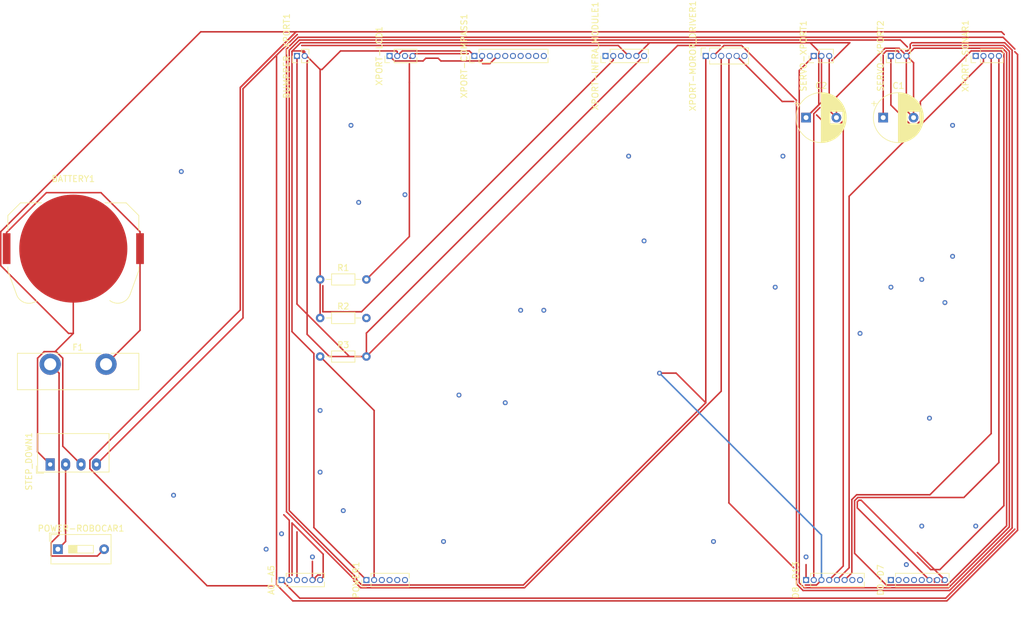
<source format=kicad_pcb>
(kicad_pcb (version 20171130) (host pcbnew "(5.1.10-1-10_14)")

  (general
    (thickness 1.6)
    (drawings 0)
    (tracks 290)
    (zones 0)
    (modules 21)
    (nets 38)
  )

  (page A4)
  (layers
    (0 F.Cu signal)
    (31 B.Cu signal)
    (32 B.Adhes user)
    (33 F.Adhes user)
    (34 B.Paste user)
    (35 F.Paste user)
    (36 B.SilkS user)
    (37 F.SilkS user)
    (38 B.Mask user)
    (39 F.Mask user)
    (40 Dwgs.User user)
    (41 Cmts.User user)
    (42 Eco1.User user)
    (43 Eco2.User user)
    (44 Edge.Cuts user)
    (45 Margin user)
    (46 B.CrtYd user)
    (47 F.CrtYd user)
    (48 B.Fab user)
    (49 F.Fab user)
  )

  (setup
    (last_trace_width 0.25)
    (trace_clearance 0.2)
    (zone_clearance 0.508)
    (zone_45_only no)
    (trace_min 0.2)
    (via_size 0.8)
    (via_drill 0.4)
    (via_min_size 0.4)
    (via_min_drill 0.3)
    (uvia_size 0.3)
    (uvia_drill 0.1)
    (uvias_allowed no)
    (uvia_min_size 0.2)
    (uvia_min_drill 0.1)
    (edge_width 0.05)
    (segment_width 0.2)
    (pcb_text_width 0.3)
    (pcb_text_size 1.5 1.5)
    (mod_edge_width 0.12)
    (mod_text_size 1 1)
    (mod_text_width 0.15)
    (pad_size 1.524 1.524)
    (pad_drill 0.762)
    (pad_to_mask_clearance 0)
    (aux_axis_origin 0 0)
    (visible_elements FFFFFF7F)
    (pcbplotparams
      (layerselection 0x010fc_ffffffff)
      (usegerberextensions false)
      (usegerberattributes true)
      (usegerberadvancedattributes true)
      (creategerberjobfile true)
      (excludeedgelayer true)
      (linewidth 0.100000)
      (plotframeref false)
      (viasonmask false)
      (mode 1)
      (useauxorigin false)
      (hpglpennumber 1)
      (hpglpenspeed 20)
      (hpglpendiameter 15.000000)
      (psnegative false)
      (psa4output false)
      (plotreference true)
      (plotvalue true)
      (plotinvisibletext false)
      (padsonsilk false)
      (subtractmaskfromsilk false)
      (outputformat 1)
      (mirror false)
      (drillshape 1)
      (scaleselection 1)
      (outputdirectory ""))
  )

  (net 0 "")
  (net 1 SCL_I2C-BRAIN1)
  (net 2 SDA_I2C-BRAIN1)
  (net 3 IN4-INFRA_MODULE)
  (net 4 IN3-INFRA_MODULE)
  (net 5 IN2-INFRA_MODULE)
  (net 6 OUT-INFRA_MODULE)
  (net 7 GND-BRAIN1)
  (net 8 "Net-(BATTERY1-Pad1)")
  (net 9 IN-BUMBER1)
  (net 10 VCC-BRAIN1)
  (net 11 "Net-(D0-D7-Pad1)")
  (net 12 "Net-(D0-D7-Pad2)")
  (net 13 12V_IN-SERVO1)
  (net 14 "Net-(D0-D7-Pad5)")
  (net 15 12V_IN-SERVO2)
  (net 16 IN4-MOTOR_DRIVER1)
  (net 17 IN3-MOTOR_DRIVER1)
  (net 18 "Net-(D8-D13-Pad8)")
  (net 19 "Net-(D8-D13-Pad7)")
  (net 20 ECHO-SONAR1)
  (net 21 TRIG-SONAR1)
  (net 22 ENA-MOTOR_DRIVER1)
  (net 23 ENB-MOTOR_DRIVER1)
  (net 24 IN1-MOTOR_DRIVER1)
  (net 25 IN2-MOTOR_DRIVER1)
  (net 26 "Net-(F1-Pad1)")
  (net 27 "Net-(POWER1-Pad3)")
  (net 28 "Net-(POWER1-Pad4)")
  (net 29 "Net-(POWER1-Pad5)")
  (net 30 "Net-(POWER1-Pad6)")
  (net 31 "Net-(POWER-ROBOCAR1-Pad1)")
  (net 32 "Net-(XPORT-COMPASS1-Pad5)")
  (net 33 "Net-(XPORT-COMPASS1-Pad6)")
  (net 34 "Net-(XPORT-COMPASS1-Pad7)")
  (net 35 "Net-(XPORT-COMPASS1-Pad8)")
  (net 36 "Net-(XPORT-COMPASS1-Pad9)")
  (net 37 "Net-(XPORT-COMPASS1-Pad10)")

  (net_class Default "This is the default net class."
    (clearance 0.2)
    (trace_width 0.25)
    (via_dia 0.8)
    (via_drill 0.4)
    (uvia_dia 0.3)
    (uvia_drill 0.1)
    (add_net 12V_IN-SERVO1)
    (add_net 12V_IN-SERVO2)
    (add_net ECHO-SONAR1)
    (add_net ENA-MOTOR_DRIVER1)
    (add_net ENB-MOTOR_DRIVER1)
    (add_net GND-BRAIN1)
    (add_net IN-BUMBER1)
    (add_net IN1-MOTOR_DRIVER1)
    (add_net IN2-INFRA_MODULE)
    (add_net IN2-MOTOR_DRIVER1)
    (add_net IN3-INFRA_MODULE)
    (add_net IN3-MOTOR_DRIVER1)
    (add_net IN4-INFRA_MODULE)
    (add_net IN4-MOTOR_DRIVER1)
    (add_net "Net-(BATTERY1-Pad1)")
    (add_net "Net-(D0-D7-Pad1)")
    (add_net "Net-(D0-D7-Pad2)")
    (add_net "Net-(D0-D7-Pad5)")
    (add_net "Net-(D8-D13-Pad7)")
    (add_net "Net-(D8-D13-Pad8)")
    (add_net "Net-(F1-Pad1)")
    (add_net "Net-(POWER-ROBOCAR1-Pad1)")
    (add_net "Net-(POWER1-Pad3)")
    (add_net "Net-(POWER1-Pad4)")
    (add_net "Net-(POWER1-Pad5)")
    (add_net "Net-(POWER1-Pad6)")
    (add_net "Net-(XPORT-COMPASS1-Pad10)")
    (add_net "Net-(XPORT-COMPASS1-Pad5)")
    (add_net "Net-(XPORT-COMPASS1-Pad6)")
    (add_net "Net-(XPORT-COMPASS1-Pad7)")
    (add_net "Net-(XPORT-COMPASS1-Pad8)")
    (add_net "Net-(XPORT-COMPASS1-Pad9)")
    (add_net OUT-INFRA_MODULE)
    (add_net SCL_I2C-BRAIN1)
    (add_net SDA_I2C-BRAIN1)
    (add_net TRIG-SONAR1)
    (add_net VCC-BRAIN1)
  )

  (module Connector_PinHeader_1.27mm:PinHeader_1x06_P1.27mm_Vertical (layer F.Cu) (tedit 59FED6E3) (tstamp 611A9C47)
    (at 26.67 943.61 90)
    (descr "Through hole straight pin header, 1x06, 1.27mm pitch, single row")
    (tags "Through hole pin header THT 1x06 1.27mm single row")
    (path /612BEB93)
    (fp_text reference A0-A5 (at 0 -1.695 90) (layer F.SilkS)
      (effects (font (size 1 1) (thickness 0.15)))
    )
    (fp_text value Conn_01x06_Male (at 0 8.045 90) (layer F.Fab)
      (effects (font (size 1 1) (thickness 0.15)))
    )
    (fp_text user %R (at 0 3.175) (layer F.Fab)
      (effects (font (size 1 1) (thickness 0.15)))
    )
    (fp_line (start -0.525 -0.635) (end 1.05 -0.635) (layer F.Fab) (width 0.1))
    (fp_line (start 1.05 -0.635) (end 1.05 6.985) (layer F.Fab) (width 0.1))
    (fp_line (start 1.05 6.985) (end -1.05 6.985) (layer F.Fab) (width 0.1))
    (fp_line (start -1.05 6.985) (end -1.05 -0.11) (layer F.Fab) (width 0.1))
    (fp_line (start -1.05 -0.11) (end -0.525 -0.635) (layer F.Fab) (width 0.1))
    (fp_line (start -1.11 7.045) (end -0.30753 7.045) (layer F.SilkS) (width 0.12))
    (fp_line (start 0.30753 7.045) (end 1.11 7.045) (layer F.SilkS) (width 0.12))
    (fp_line (start -1.11 0.76) (end -1.11 7.045) (layer F.SilkS) (width 0.12))
    (fp_line (start 1.11 0.76) (end 1.11 7.045) (layer F.SilkS) (width 0.12))
    (fp_line (start -1.11 0.76) (end -0.563471 0.76) (layer F.SilkS) (width 0.12))
    (fp_line (start 0.563471 0.76) (end 1.11 0.76) (layer F.SilkS) (width 0.12))
    (fp_line (start -1.11 0) (end -1.11 -0.76) (layer F.SilkS) (width 0.12))
    (fp_line (start -1.11 -0.76) (end 0 -0.76) (layer F.SilkS) (width 0.12))
    (fp_line (start -1.55 -1.15) (end -1.55 7.5) (layer F.CrtYd) (width 0.05))
    (fp_line (start -1.55 7.5) (end 1.55 7.5) (layer F.CrtYd) (width 0.05))
    (fp_line (start 1.55 7.5) (end 1.55 -1.15) (layer F.CrtYd) (width 0.05))
    (fp_line (start 1.55 -1.15) (end -1.55 -1.15) (layer F.CrtYd) (width 0.05))
    (pad 6 thru_hole oval (at 0 6.35 90) (size 1 1) (drill 0.65) (layers *.Cu *.Mask)
      (net 1 SCL_I2C-BRAIN1))
    (pad 5 thru_hole oval (at 0 5.08 90) (size 1 1) (drill 0.65) (layers *.Cu *.Mask)
      (net 2 SDA_I2C-BRAIN1))
    (pad 4 thru_hole oval (at 0 3.81 90) (size 1 1) (drill 0.65) (layers *.Cu *.Mask)
      (net 3 IN4-INFRA_MODULE))
    (pad 3 thru_hole oval (at 0 2.54 90) (size 1 1) (drill 0.65) (layers *.Cu *.Mask)
      (net 4 IN3-INFRA_MODULE))
    (pad 2 thru_hole oval (at 0 1.27 90) (size 1 1) (drill 0.65) (layers *.Cu *.Mask)
      (net 5 IN2-INFRA_MODULE))
    (pad 1 thru_hole rect (at 0 0 90) (size 1 1) (drill 0.65) (layers *.Cu *.Mask)
      (net 6 OUT-INFRA_MODULE))
    (model ${KISYS3DMOD}/Connector_PinHeader_1.27mm.3dshapes/PinHeader_1x06_P1.27mm_Vertical.wrl
      (at (xyz 0 0 0))
      (scale (xyz 1 1 1))
      (rotate (xyz 0 0 0))
    )
  )

  (module Battery:BatteryHolder_Keystone_3034_1x20mm (layer F.Cu) (tedit 5D9CBF18) (tstamp 611A9C7A)
    (at -7.62 889)
    (descr "Keystone 3034 SMD battery holder for 2020, 2025 and 2032 coincell batteries. http://www.keyelco.com/product-pdf.cfm?p=798")
    (tags "Keystone type 3034 coin cell retainer")
    (path /6FFA1495)
    (attr smd)
    (fp_text reference BATTERY1 (at 0 -11.5) (layer F.SilkS)
      (effects (font (size 1 1) (thickness 0.15)))
    )
    (fp_text value 12V (at 0 11.5) (layer F.Fab)
      (effects (font (size 1 1) (thickness 0.15)))
    )
    (fp_line (start 8.7 -7.54) (end 5.2 -7.54) (layer F.SilkS) (width 0.12))
    (fp_line (start 11.87 2.79) (end 11.87 -2.79) (layer F.CrtYd) (width 0.05))
    (fp_line (start 10.88 2.79) (end 11.87 2.79) (layer F.CrtYd) (width 0.05))
    (fp_line (start 10.88 3.64) (end 10.88 2.79) (layer F.CrtYd) (width 0.05))
    (fp_line (start 9.43 7.63) (end 10.88 3.64) (layer F.CrtYd) (width 0.05))
    (fp_line (start -10.88 3.64) (end -9.44 7.62) (layer F.CrtYd) (width 0.05))
    (fp_line (start -10.88 2.79) (end -10.88 3.64) (layer F.CrtYd) (width 0.05))
    (fp_line (start -11.87 2.79) (end -10.88 2.79) (layer F.CrtYd) (width 0.05))
    (fp_line (start -11.87 -2.79) (end -11.87 2.79) (layer F.CrtYd) (width 0.05))
    (fp_line (start -10.88 -2.79) (end -11.87 -2.79) (layer F.CrtYd) (width 0.05))
    (fp_line (start -10.88 -5.5) (end -10.88 -2.79) (layer F.CrtYd) (width 0.05))
    (fp_line (start -8.74 -7.64) (end -10.88 -5.5) (layer F.CrtYd) (width 0.05))
    (fp_line (start -7.2 -7.64) (end -8.74 -7.64) (layer F.CrtYd) (width 0.05))
    (fp_line (start 8.74 -7.64) (end 7.2 -7.64) (layer F.CrtYd) (width 0.05))
    (fp_line (start 10.88 -5.5) (end 8.74 -7.64) (layer F.CrtYd) (width 0.05))
    (fp_line (start 10.88 -2.79) (end 10.88 -5.5) (layer F.CrtYd) (width 0.05))
    (fp_line (start 11.87 -2.79) (end 10.88 -2.79) (layer F.CrtYd) (width 0.05))
    (fp_line (start 10.63 3.6) (end 9.19 7.53) (layer F.Fab) (width 0.1))
    (fp_line (start 10.63 -5.4) (end 10.63 3.6) (layer F.Fab) (width 0.1))
    (fp_line (start 8.64 -7.39) (end 10.63 -5.4) (layer F.Fab) (width 0.1))
    (fp_line (start -8.64 -7.39) (end 8.64 -7.39) (layer F.Fab) (width 0.1))
    (fp_line (start -10.63 -5.4) (end -8.64 -7.39) (layer F.Fab) (width 0.1))
    (fp_line (start -10.63 3.6) (end -10.63 -5.4) (layer F.Fab) (width 0.1))
    (fp_line (start -9.19 7.53) (end -10.63 3.6) (layer F.Fab) (width 0.1))
    (fp_line (start 10.78 3) (end 10.78 3.63) (layer F.SilkS) (width 0.12))
    (fp_line (start 10.78 -5.46) (end 10.78 -3) (layer F.SilkS) (width 0.12))
    (fp_line (start -10.78 3) (end -10.78 3.63) (layer F.SilkS) (width 0.12))
    (fp_line (start -10.78 -5.46) (end -10.78 -3) (layer F.SilkS) (width 0.12))
    (fp_line (start 10.78 3.63) (end 9.34 7.58) (layer F.SilkS) (width 0.12))
    (fp_line (start 8.7 -7.54) (end 10.78 -5.46) (layer F.SilkS) (width 0.12))
    (fp_line (start -5.2 -7.54) (end -8.7 -7.54) (layer F.SilkS) (width 0.12))
    (fp_line (start -8.7 -7.54) (end -10.78 -5.46) (layer F.SilkS) (width 0.12))
    (fp_line (start -10.78 3.63) (end -9.34 7.58) (layer F.SilkS) (width 0.12))
    (fp_circle (center 0 0) (end 0 10.25) (layer Dwgs.User) (width 0.15))
    (fp_text user %R (at 0 -2.9) (layer F.Fab)
      (effects (font (size 1 1) (thickness 0.15)))
    )
    (fp_arc (start -7.31 6.85) (end -9.34 7.58) (angle -107.5) (layer F.SilkS) (width 0.12))
    (fp_arc (start 7.31 6.85) (end 6 8.55) (angle -107.5) (layer F.SilkS) (width 0.12))
    (fp_arc (start 7.31 6.85) (end 6.1 8.43) (angle -107.5) (layer F.Fab) (width 0.1))
    (fp_arc (start 0 16.36) (end 6.1 8.43) (angle -75.1) (layer F.Fab) (width 0.1))
    (fp_arc (start -7.31 6.85) (end -9.19 7.53) (angle -107.5) (layer F.Fab) (width 0.1))
    (fp_arc (start 0 0) (end 7.2 -7.64) (angle -86.6) (layer F.CrtYd) (width 0.05))
    (fp_arc (start -7.31 6.85) (end -9.43 7.62) (angle -106.9) (layer F.CrtYd) (width 0.05))
    (fp_arc (start 0 0) (end -5.96 8.64) (angle -69.1) (layer F.CrtYd) (width 0.05))
    (fp_arc (start 7.31 6.85) (end 5.96 8.64) (angle -106.9) (layer F.CrtYd) (width 0.05))
    (pad 2 smd circle (at 0 0) (size 17.8 17.8) (layers F.Cu F.Mask)
      (net 7 GND-BRAIN1))
    (pad 1 smd rect (at 10.985 0) (size 1.27 5.08) (layers F.Cu F.Paste F.Mask)
      (net 8 "Net-(BATTERY1-Pad1)"))
    (pad 1 smd rect (at -10.985 0) (size 1.27 5.08) (layers F.Cu F.Paste F.Mask)
      (net 8 "Net-(BATTERY1-Pad1)"))
    (model ${KISYS3DMOD}/Battery.3dshapes/BatteryHolder_Keystone_3034_1x20mm.wrl
      (at (xyz 0 0 0))
      (scale (xyz 1 1 1))
      (rotate (xyz 0 0 0))
    )
  )

  (module Connector_PinHeader_1.27mm:PinHeader_1x02_P1.27mm_Vertical (layer F.Cu) (tedit 59FED6E3) (tstamp 611A9C92)
    (at 29.21 857.25 90)
    (descr "Through hole straight pin header, 1x02, 1.27mm pitch, single row")
    (tags "Through hole pin header THT 1x02 1.27mm single row")
    (path /633AA079)
    (fp_text reference BUMPPER-XPORT1 (at 0 -1.695 90) (layer F.SilkS)
      (effects (font (size 1 1) (thickness 0.15)))
    )
    (fp_text value Conn_01x02_Male (at 0 2.965 90) (layer F.Fab)
      (effects (font (size 1 1) (thickness 0.15)))
    )
    (fp_line (start 1.55 -1.15) (end -1.55 -1.15) (layer F.CrtYd) (width 0.05))
    (fp_line (start 1.55 2.45) (end 1.55 -1.15) (layer F.CrtYd) (width 0.05))
    (fp_line (start -1.55 2.45) (end 1.55 2.45) (layer F.CrtYd) (width 0.05))
    (fp_line (start -1.55 -1.15) (end -1.55 2.45) (layer F.CrtYd) (width 0.05))
    (fp_line (start -1.11 -0.76) (end 0 -0.76) (layer F.SilkS) (width 0.12))
    (fp_line (start -1.11 0) (end -1.11 -0.76) (layer F.SilkS) (width 0.12))
    (fp_line (start 0.563471 0.76) (end 1.11 0.76) (layer F.SilkS) (width 0.12))
    (fp_line (start -1.11 0.76) (end -0.563471 0.76) (layer F.SilkS) (width 0.12))
    (fp_line (start 1.11 0.76) (end 1.11 1.965) (layer F.SilkS) (width 0.12))
    (fp_line (start -1.11 0.76) (end -1.11 1.965) (layer F.SilkS) (width 0.12))
    (fp_line (start 0.30753 1.965) (end 1.11 1.965) (layer F.SilkS) (width 0.12))
    (fp_line (start -1.11 1.965) (end -0.30753 1.965) (layer F.SilkS) (width 0.12))
    (fp_line (start -1.05 -0.11) (end -0.525 -0.635) (layer F.Fab) (width 0.1))
    (fp_line (start -1.05 1.905) (end -1.05 -0.11) (layer F.Fab) (width 0.1))
    (fp_line (start 1.05 1.905) (end -1.05 1.905) (layer F.Fab) (width 0.1))
    (fp_line (start 1.05 -0.635) (end 1.05 1.905) (layer F.Fab) (width 0.1))
    (fp_line (start -0.525 -0.635) (end 1.05 -0.635) (layer F.Fab) (width 0.1))
    (fp_text user %R (at 0 0.635) (layer F.Fab)
      (effects (font (size 1 1) (thickness 0.15)))
    )
    (pad 1 thru_hole rect (at 0 0 90) (size 1 1) (drill 0.65) (layers *.Cu *.Mask)
      (net 9 IN-BUMBER1))
    (pad 2 thru_hole oval (at 0 1.27 90) (size 1 1) (drill 0.65) (layers *.Cu *.Mask)
      (net 10 VCC-BRAIN1))
    (model ${KISYS3DMOD}/Connector_PinHeader_1.27mm.3dshapes/PinHeader_1x02_P1.27mm_Vertical.wrl
      (at (xyz 0 0 0))
      (scale (xyz 1 1 1))
      (rotate (xyz 0 0 0))
    )
  )

  (module Capacitor_THT:CP_Radial_D8.0mm_P5.00mm (layer F.Cu) (tedit 5AE50EF0) (tstamp 611A9D3B)
    (at 125.73 867.41)
    (descr "CP, Radial series, Radial, pin pitch=5.00mm, , diameter=8mm, Electrolytic Capacitor")
    (tags "CP Radial series Radial pin pitch 5.00mm  diameter 8mm Electrolytic Capacitor")
    (path /67D936D7)
    (fp_text reference C1 (at 2.5 -5.25) (layer F.SilkS)
      (effects (font (size 1 1) (thickness 0.15)))
    )
    (fp_text value >470yF (at 2.5 5.25) (layer F.Fab)
      (effects (font (size 1 1) (thickness 0.15)))
    )
    (fp_line (start -1.509698 -2.715) (end -1.509698 -1.915) (layer F.SilkS) (width 0.12))
    (fp_line (start -1.909698 -2.315) (end -1.109698 -2.315) (layer F.SilkS) (width 0.12))
    (fp_line (start 6.581 -0.533) (end 6.581 0.533) (layer F.SilkS) (width 0.12))
    (fp_line (start 6.541 -0.768) (end 6.541 0.768) (layer F.SilkS) (width 0.12))
    (fp_line (start 6.501 -0.948) (end 6.501 0.948) (layer F.SilkS) (width 0.12))
    (fp_line (start 6.461 -1.098) (end 6.461 1.098) (layer F.SilkS) (width 0.12))
    (fp_line (start 6.421 -1.229) (end 6.421 1.229) (layer F.SilkS) (width 0.12))
    (fp_line (start 6.381 -1.346) (end 6.381 1.346) (layer F.SilkS) (width 0.12))
    (fp_line (start 6.341 -1.453) (end 6.341 1.453) (layer F.SilkS) (width 0.12))
    (fp_line (start 6.301 -1.552) (end 6.301 1.552) (layer F.SilkS) (width 0.12))
    (fp_line (start 6.261 -1.645) (end 6.261 1.645) (layer F.SilkS) (width 0.12))
    (fp_line (start 6.221 -1.731) (end 6.221 1.731) (layer F.SilkS) (width 0.12))
    (fp_line (start 6.181 -1.813) (end 6.181 1.813) (layer F.SilkS) (width 0.12))
    (fp_line (start 6.141 -1.89) (end 6.141 1.89) (layer F.SilkS) (width 0.12))
    (fp_line (start 6.101 -1.964) (end 6.101 1.964) (layer F.SilkS) (width 0.12))
    (fp_line (start 6.061 -2.034) (end 6.061 2.034) (layer F.SilkS) (width 0.12))
    (fp_line (start 6.021 1.04) (end 6.021 2.102) (layer F.SilkS) (width 0.12))
    (fp_line (start 6.021 -2.102) (end 6.021 -1.04) (layer F.SilkS) (width 0.12))
    (fp_line (start 5.981 1.04) (end 5.981 2.166) (layer F.SilkS) (width 0.12))
    (fp_line (start 5.981 -2.166) (end 5.981 -1.04) (layer F.SilkS) (width 0.12))
    (fp_line (start 5.941 1.04) (end 5.941 2.228) (layer F.SilkS) (width 0.12))
    (fp_line (start 5.941 -2.228) (end 5.941 -1.04) (layer F.SilkS) (width 0.12))
    (fp_line (start 5.901 1.04) (end 5.901 2.287) (layer F.SilkS) (width 0.12))
    (fp_line (start 5.901 -2.287) (end 5.901 -1.04) (layer F.SilkS) (width 0.12))
    (fp_line (start 5.861 1.04) (end 5.861 2.345) (layer F.SilkS) (width 0.12))
    (fp_line (start 5.861 -2.345) (end 5.861 -1.04) (layer F.SilkS) (width 0.12))
    (fp_line (start 5.821 1.04) (end 5.821 2.4) (layer F.SilkS) (width 0.12))
    (fp_line (start 5.821 -2.4) (end 5.821 -1.04) (layer F.SilkS) (width 0.12))
    (fp_line (start 5.781 1.04) (end 5.781 2.454) (layer F.SilkS) (width 0.12))
    (fp_line (start 5.781 -2.454) (end 5.781 -1.04) (layer F.SilkS) (width 0.12))
    (fp_line (start 5.741 1.04) (end 5.741 2.505) (layer F.SilkS) (width 0.12))
    (fp_line (start 5.741 -2.505) (end 5.741 -1.04) (layer F.SilkS) (width 0.12))
    (fp_line (start 5.701 1.04) (end 5.701 2.556) (layer F.SilkS) (width 0.12))
    (fp_line (start 5.701 -2.556) (end 5.701 -1.04) (layer F.SilkS) (width 0.12))
    (fp_line (start 5.661 1.04) (end 5.661 2.604) (layer F.SilkS) (width 0.12))
    (fp_line (start 5.661 -2.604) (end 5.661 -1.04) (layer F.SilkS) (width 0.12))
    (fp_line (start 5.621 1.04) (end 5.621 2.651) (layer F.SilkS) (width 0.12))
    (fp_line (start 5.621 -2.651) (end 5.621 -1.04) (layer F.SilkS) (width 0.12))
    (fp_line (start 5.581 1.04) (end 5.581 2.697) (layer F.SilkS) (width 0.12))
    (fp_line (start 5.581 -2.697) (end 5.581 -1.04) (layer F.SilkS) (width 0.12))
    (fp_line (start 5.541 1.04) (end 5.541 2.741) (layer F.SilkS) (width 0.12))
    (fp_line (start 5.541 -2.741) (end 5.541 -1.04) (layer F.SilkS) (width 0.12))
    (fp_line (start 5.501 1.04) (end 5.501 2.784) (layer F.SilkS) (width 0.12))
    (fp_line (start 5.501 -2.784) (end 5.501 -1.04) (layer F.SilkS) (width 0.12))
    (fp_line (start 5.461 1.04) (end 5.461 2.826) (layer F.SilkS) (width 0.12))
    (fp_line (start 5.461 -2.826) (end 5.461 -1.04) (layer F.SilkS) (width 0.12))
    (fp_line (start 5.421 1.04) (end 5.421 2.867) (layer F.SilkS) (width 0.12))
    (fp_line (start 5.421 -2.867) (end 5.421 -1.04) (layer F.SilkS) (width 0.12))
    (fp_line (start 5.381 1.04) (end 5.381 2.907) (layer F.SilkS) (width 0.12))
    (fp_line (start 5.381 -2.907) (end 5.381 -1.04) (layer F.SilkS) (width 0.12))
    (fp_line (start 5.341 1.04) (end 5.341 2.945) (layer F.SilkS) (width 0.12))
    (fp_line (start 5.341 -2.945) (end 5.341 -1.04) (layer F.SilkS) (width 0.12))
    (fp_line (start 5.301 1.04) (end 5.301 2.983) (layer F.SilkS) (width 0.12))
    (fp_line (start 5.301 -2.983) (end 5.301 -1.04) (layer F.SilkS) (width 0.12))
    (fp_line (start 5.261 1.04) (end 5.261 3.019) (layer F.SilkS) (width 0.12))
    (fp_line (start 5.261 -3.019) (end 5.261 -1.04) (layer F.SilkS) (width 0.12))
    (fp_line (start 5.221 1.04) (end 5.221 3.055) (layer F.SilkS) (width 0.12))
    (fp_line (start 5.221 -3.055) (end 5.221 -1.04) (layer F.SilkS) (width 0.12))
    (fp_line (start 5.181 1.04) (end 5.181 3.09) (layer F.SilkS) (width 0.12))
    (fp_line (start 5.181 -3.09) (end 5.181 -1.04) (layer F.SilkS) (width 0.12))
    (fp_line (start 5.141 1.04) (end 5.141 3.124) (layer F.SilkS) (width 0.12))
    (fp_line (start 5.141 -3.124) (end 5.141 -1.04) (layer F.SilkS) (width 0.12))
    (fp_line (start 5.101 1.04) (end 5.101 3.156) (layer F.SilkS) (width 0.12))
    (fp_line (start 5.101 -3.156) (end 5.101 -1.04) (layer F.SilkS) (width 0.12))
    (fp_line (start 5.061 1.04) (end 5.061 3.189) (layer F.SilkS) (width 0.12))
    (fp_line (start 5.061 -3.189) (end 5.061 -1.04) (layer F.SilkS) (width 0.12))
    (fp_line (start 5.021 1.04) (end 5.021 3.22) (layer F.SilkS) (width 0.12))
    (fp_line (start 5.021 -3.22) (end 5.021 -1.04) (layer F.SilkS) (width 0.12))
    (fp_line (start 4.981 1.04) (end 4.981 3.25) (layer F.SilkS) (width 0.12))
    (fp_line (start 4.981 -3.25) (end 4.981 -1.04) (layer F.SilkS) (width 0.12))
    (fp_line (start 4.941 1.04) (end 4.941 3.28) (layer F.SilkS) (width 0.12))
    (fp_line (start 4.941 -3.28) (end 4.941 -1.04) (layer F.SilkS) (width 0.12))
    (fp_line (start 4.901 1.04) (end 4.901 3.309) (layer F.SilkS) (width 0.12))
    (fp_line (start 4.901 -3.309) (end 4.901 -1.04) (layer F.SilkS) (width 0.12))
    (fp_line (start 4.861 1.04) (end 4.861 3.338) (layer F.SilkS) (width 0.12))
    (fp_line (start 4.861 -3.338) (end 4.861 -1.04) (layer F.SilkS) (width 0.12))
    (fp_line (start 4.821 1.04) (end 4.821 3.365) (layer F.SilkS) (width 0.12))
    (fp_line (start 4.821 -3.365) (end 4.821 -1.04) (layer F.SilkS) (width 0.12))
    (fp_line (start 4.781 1.04) (end 4.781 3.392) (layer F.SilkS) (width 0.12))
    (fp_line (start 4.781 -3.392) (end 4.781 -1.04) (layer F.SilkS) (width 0.12))
    (fp_line (start 4.741 1.04) (end 4.741 3.418) (layer F.SilkS) (width 0.12))
    (fp_line (start 4.741 -3.418) (end 4.741 -1.04) (layer F.SilkS) (width 0.12))
    (fp_line (start 4.701 1.04) (end 4.701 3.444) (layer F.SilkS) (width 0.12))
    (fp_line (start 4.701 -3.444) (end 4.701 -1.04) (layer F.SilkS) (width 0.12))
    (fp_line (start 4.661 1.04) (end 4.661 3.469) (layer F.SilkS) (width 0.12))
    (fp_line (start 4.661 -3.469) (end 4.661 -1.04) (layer F.SilkS) (width 0.12))
    (fp_line (start 4.621 1.04) (end 4.621 3.493) (layer F.SilkS) (width 0.12))
    (fp_line (start 4.621 -3.493) (end 4.621 -1.04) (layer F.SilkS) (width 0.12))
    (fp_line (start 4.581 1.04) (end 4.581 3.517) (layer F.SilkS) (width 0.12))
    (fp_line (start 4.581 -3.517) (end 4.581 -1.04) (layer F.SilkS) (width 0.12))
    (fp_line (start 4.541 1.04) (end 4.541 3.54) (layer F.SilkS) (width 0.12))
    (fp_line (start 4.541 -3.54) (end 4.541 -1.04) (layer F.SilkS) (width 0.12))
    (fp_line (start 4.501 1.04) (end 4.501 3.562) (layer F.SilkS) (width 0.12))
    (fp_line (start 4.501 -3.562) (end 4.501 -1.04) (layer F.SilkS) (width 0.12))
    (fp_line (start 4.461 1.04) (end 4.461 3.584) (layer F.SilkS) (width 0.12))
    (fp_line (start 4.461 -3.584) (end 4.461 -1.04) (layer F.SilkS) (width 0.12))
    (fp_line (start 4.421 1.04) (end 4.421 3.606) (layer F.SilkS) (width 0.12))
    (fp_line (start 4.421 -3.606) (end 4.421 -1.04) (layer F.SilkS) (width 0.12))
    (fp_line (start 4.381 1.04) (end 4.381 3.627) (layer F.SilkS) (width 0.12))
    (fp_line (start 4.381 -3.627) (end 4.381 -1.04) (layer F.SilkS) (width 0.12))
    (fp_line (start 4.341 1.04) (end 4.341 3.647) (layer F.SilkS) (width 0.12))
    (fp_line (start 4.341 -3.647) (end 4.341 -1.04) (layer F.SilkS) (width 0.12))
    (fp_line (start 4.301 1.04) (end 4.301 3.666) (layer F.SilkS) (width 0.12))
    (fp_line (start 4.301 -3.666) (end 4.301 -1.04) (layer F.SilkS) (width 0.12))
    (fp_line (start 4.261 1.04) (end 4.261 3.686) (layer F.SilkS) (width 0.12))
    (fp_line (start 4.261 -3.686) (end 4.261 -1.04) (layer F.SilkS) (width 0.12))
    (fp_line (start 4.221 1.04) (end 4.221 3.704) (layer F.SilkS) (width 0.12))
    (fp_line (start 4.221 -3.704) (end 4.221 -1.04) (layer F.SilkS) (width 0.12))
    (fp_line (start 4.181 1.04) (end 4.181 3.722) (layer F.SilkS) (width 0.12))
    (fp_line (start 4.181 -3.722) (end 4.181 -1.04) (layer F.SilkS) (width 0.12))
    (fp_line (start 4.141 1.04) (end 4.141 3.74) (layer F.SilkS) (width 0.12))
    (fp_line (start 4.141 -3.74) (end 4.141 -1.04) (layer F.SilkS) (width 0.12))
    (fp_line (start 4.101 1.04) (end 4.101 3.757) (layer F.SilkS) (width 0.12))
    (fp_line (start 4.101 -3.757) (end 4.101 -1.04) (layer F.SilkS) (width 0.12))
    (fp_line (start 4.061 1.04) (end 4.061 3.774) (layer F.SilkS) (width 0.12))
    (fp_line (start 4.061 -3.774) (end 4.061 -1.04) (layer F.SilkS) (width 0.12))
    (fp_line (start 4.021 1.04) (end 4.021 3.79) (layer F.SilkS) (width 0.12))
    (fp_line (start 4.021 -3.79) (end 4.021 -1.04) (layer F.SilkS) (width 0.12))
    (fp_line (start 3.981 1.04) (end 3.981 3.805) (layer F.SilkS) (width 0.12))
    (fp_line (start 3.981 -3.805) (end 3.981 -1.04) (layer F.SilkS) (width 0.12))
    (fp_line (start 3.941 -3.821) (end 3.941 3.821) (layer F.SilkS) (width 0.12))
    (fp_line (start 3.901 -3.835) (end 3.901 3.835) (layer F.SilkS) (width 0.12))
    (fp_line (start 3.861 -3.85) (end 3.861 3.85) (layer F.SilkS) (width 0.12))
    (fp_line (start 3.821 -3.863) (end 3.821 3.863) (layer F.SilkS) (width 0.12))
    (fp_line (start 3.781 -3.877) (end 3.781 3.877) (layer F.SilkS) (width 0.12))
    (fp_line (start 3.741 -3.889) (end 3.741 3.889) (layer F.SilkS) (width 0.12))
    (fp_line (start 3.701 -3.902) (end 3.701 3.902) (layer F.SilkS) (width 0.12))
    (fp_line (start 3.661 -3.914) (end 3.661 3.914) (layer F.SilkS) (width 0.12))
    (fp_line (start 3.621 -3.925) (end 3.621 3.925) (layer F.SilkS) (width 0.12))
    (fp_line (start 3.581 -3.936) (end 3.581 3.936) (layer F.SilkS) (width 0.12))
    (fp_line (start 3.541 -3.947) (end 3.541 3.947) (layer F.SilkS) (width 0.12))
    (fp_line (start 3.501 -3.957) (end 3.501 3.957) (layer F.SilkS) (width 0.12))
    (fp_line (start 3.461 -3.967) (end 3.461 3.967) (layer F.SilkS) (width 0.12))
    (fp_line (start 3.421 -3.976) (end 3.421 3.976) (layer F.SilkS) (width 0.12))
    (fp_line (start 3.381 -3.985) (end 3.381 3.985) (layer F.SilkS) (width 0.12))
    (fp_line (start 3.341 -3.994) (end 3.341 3.994) (layer F.SilkS) (width 0.12))
    (fp_line (start 3.301 -4.002) (end 3.301 4.002) (layer F.SilkS) (width 0.12))
    (fp_line (start 3.261 -4.01) (end 3.261 4.01) (layer F.SilkS) (width 0.12))
    (fp_line (start 3.221 -4.017) (end 3.221 4.017) (layer F.SilkS) (width 0.12))
    (fp_line (start 3.18 -4.024) (end 3.18 4.024) (layer F.SilkS) (width 0.12))
    (fp_line (start 3.14 -4.03) (end 3.14 4.03) (layer F.SilkS) (width 0.12))
    (fp_line (start 3.1 -4.037) (end 3.1 4.037) (layer F.SilkS) (width 0.12))
    (fp_line (start 3.06 -4.042) (end 3.06 4.042) (layer F.SilkS) (width 0.12))
    (fp_line (start 3.02 -4.048) (end 3.02 4.048) (layer F.SilkS) (width 0.12))
    (fp_line (start 2.98 -4.052) (end 2.98 4.052) (layer F.SilkS) (width 0.12))
    (fp_line (start 2.94 -4.057) (end 2.94 4.057) (layer F.SilkS) (width 0.12))
    (fp_line (start 2.9 -4.061) (end 2.9 4.061) (layer F.SilkS) (width 0.12))
    (fp_line (start 2.86 -4.065) (end 2.86 4.065) (layer F.SilkS) (width 0.12))
    (fp_line (start 2.82 -4.068) (end 2.82 4.068) (layer F.SilkS) (width 0.12))
    (fp_line (start 2.78 -4.071) (end 2.78 4.071) (layer F.SilkS) (width 0.12))
    (fp_line (start 2.74 -4.074) (end 2.74 4.074) (layer F.SilkS) (width 0.12))
    (fp_line (start 2.7 -4.076) (end 2.7 4.076) (layer F.SilkS) (width 0.12))
    (fp_line (start 2.66 -4.077) (end 2.66 4.077) (layer F.SilkS) (width 0.12))
    (fp_line (start 2.62 -4.079) (end 2.62 4.079) (layer F.SilkS) (width 0.12))
    (fp_line (start 2.58 -4.08) (end 2.58 4.08) (layer F.SilkS) (width 0.12))
    (fp_line (start 2.54 -4.08) (end 2.54 4.08) (layer F.SilkS) (width 0.12))
    (fp_line (start 2.5 -4.08) (end 2.5 4.08) (layer F.SilkS) (width 0.12))
    (fp_line (start -0.526759 -2.1475) (end -0.526759 -1.3475) (layer F.Fab) (width 0.1))
    (fp_line (start -0.926759 -1.7475) (end -0.126759 -1.7475) (layer F.Fab) (width 0.1))
    (fp_circle (center 2.5 0) (end 6.75 0) (layer F.CrtYd) (width 0.05))
    (fp_circle (center 2.5 0) (end 6.62 0) (layer F.SilkS) (width 0.12))
    (fp_circle (center 2.5 0) (end 6.5 0) (layer F.Fab) (width 0.1))
    (fp_text user %R (at 2.5 0) (layer F.Fab)
      (effects (font (size 1 1) (thickness 0.15)))
    )
    (pad 1 thru_hole rect (at 0 0) (size 1.6 1.6) (drill 0.8) (layers *.Cu *.Mask)
      (net 10 VCC-BRAIN1))
    (pad 2 thru_hole circle (at 5 0) (size 1.6 1.6) (drill 0.8) (layers *.Cu *.Mask)
      (net 7 GND-BRAIN1))
    (model ${KISYS3DMOD}/Capacitor_THT.3dshapes/CP_Radial_D8.0mm_P5.00mm.wrl
      (at (xyz 0 0 0))
      (scale (xyz 1 1 1))
      (rotate (xyz 0 0 0))
    )
  )

  (module Capacitor_THT:CP_Radial_D8.0mm_P5.00mm (layer F.Cu) (tedit 5AE50EF0) (tstamp 611A9DE4)
    (at 113.03 867.41)
    (descr "CP, Radial series, Radial, pin pitch=5.00mm, , diameter=8mm, Electrolytic Capacitor")
    (tags "CP Radial series Radial pin pitch 5.00mm  diameter 8mm Electrolytic Capacitor")
    (path /6823037A)
    (fp_text reference C2 (at 2.5 -5.25) (layer F.SilkS)
      (effects (font (size 1 1) (thickness 0.15)))
    )
    (fp_text value >470yF (at 2.5 5.25) (layer F.Fab)
      (effects (font (size 1 1) (thickness 0.15)))
    )
    (fp_text user %R (at 2.5 0) (layer F.Fab)
      (effects (font (size 1 1) (thickness 0.15)))
    )
    (fp_circle (center 2.5 0) (end 6.5 0) (layer F.Fab) (width 0.1))
    (fp_circle (center 2.5 0) (end 6.62 0) (layer F.SilkS) (width 0.12))
    (fp_circle (center 2.5 0) (end 6.75 0) (layer F.CrtYd) (width 0.05))
    (fp_line (start -0.926759 -1.7475) (end -0.126759 -1.7475) (layer F.Fab) (width 0.1))
    (fp_line (start -0.526759 -2.1475) (end -0.526759 -1.3475) (layer F.Fab) (width 0.1))
    (fp_line (start 2.5 -4.08) (end 2.5 4.08) (layer F.SilkS) (width 0.12))
    (fp_line (start 2.54 -4.08) (end 2.54 4.08) (layer F.SilkS) (width 0.12))
    (fp_line (start 2.58 -4.08) (end 2.58 4.08) (layer F.SilkS) (width 0.12))
    (fp_line (start 2.62 -4.079) (end 2.62 4.079) (layer F.SilkS) (width 0.12))
    (fp_line (start 2.66 -4.077) (end 2.66 4.077) (layer F.SilkS) (width 0.12))
    (fp_line (start 2.7 -4.076) (end 2.7 4.076) (layer F.SilkS) (width 0.12))
    (fp_line (start 2.74 -4.074) (end 2.74 4.074) (layer F.SilkS) (width 0.12))
    (fp_line (start 2.78 -4.071) (end 2.78 4.071) (layer F.SilkS) (width 0.12))
    (fp_line (start 2.82 -4.068) (end 2.82 4.068) (layer F.SilkS) (width 0.12))
    (fp_line (start 2.86 -4.065) (end 2.86 4.065) (layer F.SilkS) (width 0.12))
    (fp_line (start 2.9 -4.061) (end 2.9 4.061) (layer F.SilkS) (width 0.12))
    (fp_line (start 2.94 -4.057) (end 2.94 4.057) (layer F.SilkS) (width 0.12))
    (fp_line (start 2.98 -4.052) (end 2.98 4.052) (layer F.SilkS) (width 0.12))
    (fp_line (start 3.02 -4.048) (end 3.02 4.048) (layer F.SilkS) (width 0.12))
    (fp_line (start 3.06 -4.042) (end 3.06 4.042) (layer F.SilkS) (width 0.12))
    (fp_line (start 3.1 -4.037) (end 3.1 4.037) (layer F.SilkS) (width 0.12))
    (fp_line (start 3.14 -4.03) (end 3.14 4.03) (layer F.SilkS) (width 0.12))
    (fp_line (start 3.18 -4.024) (end 3.18 4.024) (layer F.SilkS) (width 0.12))
    (fp_line (start 3.221 -4.017) (end 3.221 4.017) (layer F.SilkS) (width 0.12))
    (fp_line (start 3.261 -4.01) (end 3.261 4.01) (layer F.SilkS) (width 0.12))
    (fp_line (start 3.301 -4.002) (end 3.301 4.002) (layer F.SilkS) (width 0.12))
    (fp_line (start 3.341 -3.994) (end 3.341 3.994) (layer F.SilkS) (width 0.12))
    (fp_line (start 3.381 -3.985) (end 3.381 3.985) (layer F.SilkS) (width 0.12))
    (fp_line (start 3.421 -3.976) (end 3.421 3.976) (layer F.SilkS) (width 0.12))
    (fp_line (start 3.461 -3.967) (end 3.461 3.967) (layer F.SilkS) (width 0.12))
    (fp_line (start 3.501 -3.957) (end 3.501 3.957) (layer F.SilkS) (width 0.12))
    (fp_line (start 3.541 -3.947) (end 3.541 3.947) (layer F.SilkS) (width 0.12))
    (fp_line (start 3.581 -3.936) (end 3.581 3.936) (layer F.SilkS) (width 0.12))
    (fp_line (start 3.621 -3.925) (end 3.621 3.925) (layer F.SilkS) (width 0.12))
    (fp_line (start 3.661 -3.914) (end 3.661 3.914) (layer F.SilkS) (width 0.12))
    (fp_line (start 3.701 -3.902) (end 3.701 3.902) (layer F.SilkS) (width 0.12))
    (fp_line (start 3.741 -3.889) (end 3.741 3.889) (layer F.SilkS) (width 0.12))
    (fp_line (start 3.781 -3.877) (end 3.781 3.877) (layer F.SilkS) (width 0.12))
    (fp_line (start 3.821 -3.863) (end 3.821 3.863) (layer F.SilkS) (width 0.12))
    (fp_line (start 3.861 -3.85) (end 3.861 3.85) (layer F.SilkS) (width 0.12))
    (fp_line (start 3.901 -3.835) (end 3.901 3.835) (layer F.SilkS) (width 0.12))
    (fp_line (start 3.941 -3.821) (end 3.941 3.821) (layer F.SilkS) (width 0.12))
    (fp_line (start 3.981 -3.805) (end 3.981 -1.04) (layer F.SilkS) (width 0.12))
    (fp_line (start 3.981 1.04) (end 3.981 3.805) (layer F.SilkS) (width 0.12))
    (fp_line (start 4.021 -3.79) (end 4.021 -1.04) (layer F.SilkS) (width 0.12))
    (fp_line (start 4.021 1.04) (end 4.021 3.79) (layer F.SilkS) (width 0.12))
    (fp_line (start 4.061 -3.774) (end 4.061 -1.04) (layer F.SilkS) (width 0.12))
    (fp_line (start 4.061 1.04) (end 4.061 3.774) (layer F.SilkS) (width 0.12))
    (fp_line (start 4.101 -3.757) (end 4.101 -1.04) (layer F.SilkS) (width 0.12))
    (fp_line (start 4.101 1.04) (end 4.101 3.757) (layer F.SilkS) (width 0.12))
    (fp_line (start 4.141 -3.74) (end 4.141 -1.04) (layer F.SilkS) (width 0.12))
    (fp_line (start 4.141 1.04) (end 4.141 3.74) (layer F.SilkS) (width 0.12))
    (fp_line (start 4.181 -3.722) (end 4.181 -1.04) (layer F.SilkS) (width 0.12))
    (fp_line (start 4.181 1.04) (end 4.181 3.722) (layer F.SilkS) (width 0.12))
    (fp_line (start 4.221 -3.704) (end 4.221 -1.04) (layer F.SilkS) (width 0.12))
    (fp_line (start 4.221 1.04) (end 4.221 3.704) (layer F.SilkS) (width 0.12))
    (fp_line (start 4.261 -3.686) (end 4.261 -1.04) (layer F.SilkS) (width 0.12))
    (fp_line (start 4.261 1.04) (end 4.261 3.686) (layer F.SilkS) (width 0.12))
    (fp_line (start 4.301 -3.666) (end 4.301 -1.04) (layer F.SilkS) (width 0.12))
    (fp_line (start 4.301 1.04) (end 4.301 3.666) (layer F.SilkS) (width 0.12))
    (fp_line (start 4.341 -3.647) (end 4.341 -1.04) (layer F.SilkS) (width 0.12))
    (fp_line (start 4.341 1.04) (end 4.341 3.647) (layer F.SilkS) (width 0.12))
    (fp_line (start 4.381 -3.627) (end 4.381 -1.04) (layer F.SilkS) (width 0.12))
    (fp_line (start 4.381 1.04) (end 4.381 3.627) (layer F.SilkS) (width 0.12))
    (fp_line (start 4.421 -3.606) (end 4.421 -1.04) (layer F.SilkS) (width 0.12))
    (fp_line (start 4.421 1.04) (end 4.421 3.606) (layer F.SilkS) (width 0.12))
    (fp_line (start 4.461 -3.584) (end 4.461 -1.04) (layer F.SilkS) (width 0.12))
    (fp_line (start 4.461 1.04) (end 4.461 3.584) (layer F.SilkS) (width 0.12))
    (fp_line (start 4.501 -3.562) (end 4.501 -1.04) (layer F.SilkS) (width 0.12))
    (fp_line (start 4.501 1.04) (end 4.501 3.562) (layer F.SilkS) (width 0.12))
    (fp_line (start 4.541 -3.54) (end 4.541 -1.04) (layer F.SilkS) (width 0.12))
    (fp_line (start 4.541 1.04) (end 4.541 3.54) (layer F.SilkS) (width 0.12))
    (fp_line (start 4.581 -3.517) (end 4.581 -1.04) (layer F.SilkS) (width 0.12))
    (fp_line (start 4.581 1.04) (end 4.581 3.517) (layer F.SilkS) (width 0.12))
    (fp_line (start 4.621 -3.493) (end 4.621 -1.04) (layer F.SilkS) (width 0.12))
    (fp_line (start 4.621 1.04) (end 4.621 3.493) (layer F.SilkS) (width 0.12))
    (fp_line (start 4.661 -3.469) (end 4.661 -1.04) (layer F.SilkS) (width 0.12))
    (fp_line (start 4.661 1.04) (end 4.661 3.469) (layer F.SilkS) (width 0.12))
    (fp_line (start 4.701 -3.444) (end 4.701 -1.04) (layer F.SilkS) (width 0.12))
    (fp_line (start 4.701 1.04) (end 4.701 3.444) (layer F.SilkS) (width 0.12))
    (fp_line (start 4.741 -3.418) (end 4.741 -1.04) (layer F.SilkS) (width 0.12))
    (fp_line (start 4.741 1.04) (end 4.741 3.418) (layer F.SilkS) (width 0.12))
    (fp_line (start 4.781 -3.392) (end 4.781 -1.04) (layer F.SilkS) (width 0.12))
    (fp_line (start 4.781 1.04) (end 4.781 3.392) (layer F.SilkS) (width 0.12))
    (fp_line (start 4.821 -3.365) (end 4.821 -1.04) (layer F.SilkS) (width 0.12))
    (fp_line (start 4.821 1.04) (end 4.821 3.365) (layer F.SilkS) (width 0.12))
    (fp_line (start 4.861 -3.338) (end 4.861 -1.04) (layer F.SilkS) (width 0.12))
    (fp_line (start 4.861 1.04) (end 4.861 3.338) (layer F.SilkS) (width 0.12))
    (fp_line (start 4.901 -3.309) (end 4.901 -1.04) (layer F.SilkS) (width 0.12))
    (fp_line (start 4.901 1.04) (end 4.901 3.309) (layer F.SilkS) (width 0.12))
    (fp_line (start 4.941 -3.28) (end 4.941 -1.04) (layer F.SilkS) (width 0.12))
    (fp_line (start 4.941 1.04) (end 4.941 3.28) (layer F.SilkS) (width 0.12))
    (fp_line (start 4.981 -3.25) (end 4.981 -1.04) (layer F.SilkS) (width 0.12))
    (fp_line (start 4.981 1.04) (end 4.981 3.25) (layer F.SilkS) (width 0.12))
    (fp_line (start 5.021 -3.22) (end 5.021 -1.04) (layer F.SilkS) (width 0.12))
    (fp_line (start 5.021 1.04) (end 5.021 3.22) (layer F.SilkS) (width 0.12))
    (fp_line (start 5.061 -3.189) (end 5.061 -1.04) (layer F.SilkS) (width 0.12))
    (fp_line (start 5.061 1.04) (end 5.061 3.189) (layer F.SilkS) (width 0.12))
    (fp_line (start 5.101 -3.156) (end 5.101 -1.04) (layer F.SilkS) (width 0.12))
    (fp_line (start 5.101 1.04) (end 5.101 3.156) (layer F.SilkS) (width 0.12))
    (fp_line (start 5.141 -3.124) (end 5.141 -1.04) (layer F.SilkS) (width 0.12))
    (fp_line (start 5.141 1.04) (end 5.141 3.124) (layer F.SilkS) (width 0.12))
    (fp_line (start 5.181 -3.09) (end 5.181 -1.04) (layer F.SilkS) (width 0.12))
    (fp_line (start 5.181 1.04) (end 5.181 3.09) (layer F.SilkS) (width 0.12))
    (fp_line (start 5.221 -3.055) (end 5.221 -1.04) (layer F.SilkS) (width 0.12))
    (fp_line (start 5.221 1.04) (end 5.221 3.055) (layer F.SilkS) (width 0.12))
    (fp_line (start 5.261 -3.019) (end 5.261 -1.04) (layer F.SilkS) (width 0.12))
    (fp_line (start 5.261 1.04) (end 5.261 3.019) (layer F.SilkS) (width 0.12))
    (fp_line (start 5.301 -2.983) (end 5.301 -1.04) (layer F.SilkS) (width 0.12))
    (fp_line (start 5.301 1.04) (end 5.301 2.983) (layer F.SilkS) (width 0.12))
    (fp_line (start 5.341 -2.945) (end 5.341 -1.04) (layer F.SilkS) (width 0.12))
    (fp_line (start 5.341 1.04) (end 5.341 2.945) (layer F.SilkS) (width 0.12))
    (fp_line (start 5.381 -2.907) (end 5.381 -1.04) (layer F.SilkS) (width 0.12))
    (fp_line (start 5.381 1.04) (end 5.381 2.907) (layer F.SilkS) (width 0.12))
    (fp_line (start 5.421 -2.867) (end 5.421 -1.04) (layer F.SilkS) (width 0.12))
    (fp_line (start 5.421 1.04) (end 5.421 2.867) (layer F.SilkS) (width 0.12))
    (fp_line (start 5.461 -2.826) (end 5.461 -1.04) (layer F.SilkS) (width 0.12))
    (fp_line (start 5.461 1.04) (end 5.461 2.826) (layer F.SilkS) (width 0.12))
    (fp_line (start 5.501 -2.784) (end 5.501 -1.04) (layer F.SilkS) (width 0.12))
    (fp_line (start 5.501 1.04) (end 5.501 2.784) (layer F.SilkS) (width 0.12))
    (fp_line (start 5.541 -2.741) (end 5.541 -1.04) (layer F.SilkS) (width 0.12))
    (fp_line (start 5.541 1.04) (end 5.541 2.741) (layer F.SilkS) (width 0.12))
    (fp_line (start 5.581 -2.697) (end 5.581 -1.04) (layer F.SilkS) (width 0.12))
    (fp_line (start 5.581 1.04) (end 5.581 2.697) (layer F.SilkS) (width 0.12))
    (fp_line (start 5.621 -2.651) (end 5.621 -1.04) (layer F.SilkS) (width 0.12))
    (fp_line (start 5.621 1.04) (end 5.621 2.651) (layer F.SilkS) (width 0.12))
    (fp_line (start 5.661 -2.604) (end 5.661 -1.04) (layer F.SilkS) (width 0.12))
    (fp_line (start 5.661 1.04) (end 5.661 2.604) (layer F.SilkS) (width 0.12))
    (fp_line (start 5.701 -2.556) (end 5.701 -1.04) (layer F.SilkS) (width 0.12))
    (fp_line (start 5.701 1.04) (end 5.701 2.556) (layer F.SilkS) (width 0.12))
    (fp_line (start 5.741 -2.505) (end 5.741 -1.04) (layer F.SilkS) (width 0.12))
    (fp_line (start 5.741 1.04) (end 5.741 2.505) (layer F.SilkS) (width 0.12))
    (fp_line (start 5.781 -2.454) (end 5.781 -1.04) (layer F.SilkS) (width 0.12))
    (fp_line (start 5.781 1.04) (end 5.781 2.454) (layer F.SilkS) (width 0.12))
    (fp_line (start 5.821 -2.4) (end 5.821 -1.04) (layer F.SilkS) (width 0.12))
    (fp_line (start 5.821 1.04) (end 5.821 2.4) (layer F.SilkS) (width 0.12))
    (fp_line (start 5.861 -2.345) (end 5.861 -1.04) (layer F.SilkS) (width 0.12))
    (fp_line (start 5.861 1.04) (end 5.861 2.345) (layer F.SilkS) (width 0.12))
    (fp_line (start 5.901 -2.287) (end 5.901 -1.04) (layer F.SilkS) (width 0.12))
    (fp_line (start 5.901 1.04) (end 5.901 2.287) (layer F.SilkS) (width 0.12))
    (fp_line (start 5.941 -2.228) (end 5.941 -1.04) (layer F.SilkS) (width 0.12))
    (fp_line (start 5.941 1.04) (end 5.941 2.228) (layer F.SilkS) (width 0.12))
    (fp_line (start 5.981 -2.166) (end 5.981 -1.04) (layer F.SilkS) (width 0.12))
    (fp_line (start 5.981 1.04) (end 5.981 2.166) (layer F.SilkS) (width 0.12))
    (fp_line (start 6.021 -2.102) (end 6.021 -1.04) (layer F.SilkS) (width 0.12))
    (fp_line (start 6.021 1.04) (end 6.021 2.102) (layer F.SilkS) (width 0.12))
    (fp_line (start 6.061 -2.034) (end 6.061 2.034) (layer F.SilkS) (width 0.12))
    (fp_line (start 6.101 -1.964) (end 6.101 1.964) (layer F.SilkS) (width 0.12))
    (fp_line (start 6.141 -1.89) (end 6.141 1.89) (layer F.SilkS) (width 0.12))
    (fp_line (start 6.181 -1.813) (end 6.181 1.813) (layer F.SilkS) (width 0.12))
    (fp_line (start 6.221 -1.731) (end 6.221 1.731) (layer F.SilkS) (width 0.12))
    (fp_line (start 6.261 -1.645) (end 6.261 1.645) (layer F.SilkS) (width 0.12))
    (fp_line (start 6.301 -1.552) (end 6.301 1.552) (layer F.SilkS) (width 0.12))
    (fp_line (start 6.341 -1.453) (end 6.341 1.453) (layer F.SilkS) (width 0.12))
    (fp_line (start 6.381 -1.346) (end 6.381 1.346) (layer F.SilkS) (width 0.12))
    (fp_line (start 6.421 -1.229) (end 6.421 1.229) (layer F.SilkS) (width 0.12))
    (fp_line (start 6.461 -1.098) (end 6.461 1.098) (layer F.SilkS) (width 0.12))
    (fp_line (start 6.501 -0.948) (end 6.501 0.948) (layer F.SilkS) (width 0.12))
    (fp_line (start 6.541 -0.768) (end 6.541 0.768) (layer F.SilkS) (width 0.12))
    (fp_line (start 6.581 -0.533) (end 6.581 0.533) (layer F.SilkS) (width 0.12))
    (fp_line (start -1.909698 -2.315) (end -1.109698 -2.315) (layer F.SilkS) (width 0.12))
    (fp_line (start -1.509698 -2.715) (end -1.509698 -1.915) (layer F.SilkS) (width 0.12))
    (pad 2 thru_hole circle (at 5 0) (size 1.6 1.6) (drill 0.8) (layers *.Cu *.Mask)
      (net 7 GND-BRAIN1))
    (pad 1 thru_hole rect (at 0 0) (size 1.6 1.6) (drill 0.8) (layers *.Cu *.Mask)
      (net 10 VCC-BRAIN1))
    (model ${KISYS3DMOD}/Capacitor_THT.3dshapes/CP_Radial_D8.0mm_P5.00mm.wrl
      (at (xyz 0 0 0))
      (scale (xyz 1 1 1))
      (rotate (xyz 0 0 0))
    )
  )

  (module Connector_PinHeader_1.27mm:PinHeader_1x08_P1.27mm_Vertical (layer F.Cu) (tedit 59FED6E3) (tstamp 611AC38C)
    (at 127 943.61 90)
    (descr "Through hole straight pin header, 1x08, 1.27mm pitch, single row")
    (tags "Through hole pin header THT 1x08 1.27mm single row")
    (path /6125C6A5)
    (fp_text reference D0-D7 (at 0 -1.695 90) (layer F.SilkS)
      (effects (font (size 1 1) (thickness 0.15)))
    )
    (fp_text value Conn_01x08_Male (at 0 10.585 90) (layer F.Fab)
      (effects (font (size 1 1) (thickness 0.15)))
    )
    (fp_line (start 1.55 -1.15) (end -1.55 -1.15) (layer F.CrtYd) (width 0.05))
    (fp_line (start 1.55 10.05) (end 1.55 -1.15) (layer F.CrtYd) (width 0.05))
    (fp_line (start -1.55 10.05) (end 1.55 10.05) (layer F.CrtYd) (width 0.05))
    (fp_line (start -1.55 -1.15) (end -1.55 10.05) (layer F.CrtYd) (width 0.05))
    (fp_line (start -1.11 -0.76) (end 0 -0.76) (layer F.SilkS) (width 0.12))
    (fp_line (start -1.11 0) (end -1.11 -0.76) (layer F.SilkS) (width 0.12))
    (fp_line (start 0.563471 0.76) (end 1.11 0.76) (layer F.SilkS) (width 0.12))
    (fp_line (start -1.11 0.76) (end -0.563471 0.76) (layer F.SilkS) (width 0.12))
    (fp_line (start 1.11 0.76) (end 1.11 9.585) (layer F.SilkS) (width 0.12))
    (fp_line (start -1.11 0.76) (end -1.11 9.585) (layer F.SilkS) (width 0.12))
    (fp_line (start 0.30753 9.585) (end 1.11 9.585) (layer F.SilkS) (width 0.12))
    (fp_line (start -1.11 9.585) (end -0.30753 9.585) (layer F.SilkS) (width 0.12))
    (fp_line (start -1.05 -0.11) (end -0.525 -0.635) (layer F.Fab) (width 0.1))
    (fp_line (start -1.05 9.525) (end -1.05 -0.11) (layer F.Fab) (width 0.1))
    (fp_line (start 1.05 9.525) (end -1.05 9.525) (layer F.Fab) (width 0.1))
    (fp_line (start 1.05 -0.635) (end 1.05 9.525) (layer F.Fab) (width 0.1))
    (fp_line (start -0.525 -0.635) (end 1.05 -0.635) (layer F.Fab) (width 0.1))
    (fp_text user %R (at 0 4.445) (layer F.Fab)
      (effects (font (size 1 1) (thickness 0.15)))
    )
    (pad 1 thru_hole rect (at 0 0 90) (size 1 1) (drill 0.65) (layers *.Cu *.Mask)
      (net 11 "Net-(D0-D7-Pad1)"))
    (pad 2 thru_hole oval (at 0 1.27 90) (size 1 1) (drill 0.65) (layers *.Cu *.Mask)
      (net 12 "Net-(D0-D7-Pad2)"))
    (pad 3 thru_hole oval (at 0 2.54 90) (size 1 1) (drill 0.65) (layers *.Cu *.Mask)
      (net 9 IN-BUMBER1))
    (pad 4 thru_hole oval (at 0 3.81 90) (size 1 1) (drill 0.65) (layers *.Cu *.Mask)
      (net 13 12V_IN-SERVO1))
    (pad 5 thru_hole oval (at 0 5.08 90) (size 1 1) (drill 0.65) (layers *.Cu *.Mask)
      (net 14 "Net-(D0-D7-Pad5)"))
    (pad 6 thru_hole oval (at 0 6.35 90) (size 1 1) (drill 0.65) (layers *.Cu *.Mask)
      (net 15 12V_IN-SERVO2))
    (pad 7 thru_hole oval (at 0 7.62 90) (size 1 1) (drill 0.65) (layers *.Cu *.Mask)
      (net 16 IN4-MOTOR_DRIVER1))
    (pad 8 thru_hole oval (at 0 8.89 90) (size 1 1) (drill 0.65) (layers *.Cu *.Mask)
      (net 17 IN3-MOTOR_DRIVER1))
    (model ${KISYS3DMOD}/Connector_PinHeader_1.27mm.3dshapes/PinHeader_1x08_P1.27mm_Vertical.wrl
      (at (xyz 0 0 0))
      (scale (xyz 1 1 1))
      (rotate (xyz 0 0 0))
    )
  )

  (module Connector_PinHeader_1.27mm:PinHeader_1x08_P1.27mm_Vertical (layer F.Cu) (tedit 59FED6E3) (tstamp 611AC335)
    (at 113.03 943.61 90)
    (descr "Through hole straight pin header, 1x08, 1.27mm pitch, single row")
    (tags "Through hole pin header THT 1x08 1.27mm single row")
    (path /612A0E7A)
    (fp_text reference D8-D13 (at 0 -1.695 90) (layer F.SilkS)
      (effects (font (size 1 1) (thickness 0.15)))
    )
    (fp_text value Conn_01x08_Male (at 0 10.585 90) (layer F.Fab)
      (effects (font (size 1 1) (thickness 0.15)))
    )
    (fp_text user %R (at 0 4.445) (layer F.Fab)
      (effects (font (size 1 1) (thickness 0.15)))
    )
    (fp_line (start -0.525 -0.635) (end 1.05 -0.635) (layer F.Fab) (width 0.1))
    (fp_line (start 1.05 -0.635) (end 1.05 9.525) (layer F.Fab) (width 0.1))
    (fp_line (start 1.05 9.525) (end -1.05 9.525) (layer F.Fab) (width 0.1))
    (fp_line (start -1.05 9.525) (end -1.05 -0.11) (layer F.Fab) (width 0.1))
    (fp_line (start -1.05 -0.11) (end -0.525 -0.635) (layer F.Fab) (width 0.1))
    (fp_line (start -1.11 9.585) (end -0.30753 9.585) (layer F.SilkS) (width 0.12))
    (fp_line (start 0.30753 9.585) (end 1.11 9.585) (layer F.SilkS) (width 0.12))
    (fp_line (start -1.11 0.76) (end -1.11 9.585) (layer F.SilkS) (width 0.12))
    (fp_line (start 1.11 0.76) (end 1.11 9.585) (layer F.SilkS) (width 0.12))
    (fp_line (start -1.11 0.76) (end -0.563471 0.76) (layer F.SilkS) (width 0.12))
    (fp_line (start 0.563471 0.76) (end 1.11 0.76) (layer F.SilkS) (width 0.12))
    (fp_line (start -1.11 0) (end -1.11 -0.76) (layer F.SilkS) (width 0.12))
    (fp_line (start -1.11 -0.76) (end 0 -0.76) (layer F.SilkS) (width 0.12))
    (fp_line (start -1.55 -1.15) (end -1.55 10.05) (layer F.CrtYd) (width 0.05))
    (fp_line (start -1.55 10.05) (end 1.55 10.05) (layer F.CrtYd) (width 0.05))
    (fp_line (start 1.55 10.05) (end 1.55 -1.15) (layer F.CrtYd) (width 0.05))
    (fp_line (start 1.55 -1.15) (end -1.55 -1.15) (layer F.CrtYd) (width 0.05))
    (pad 8 thru_hole oval (at 0 8.89 90) (size 1 1) (drill 0.65) (layers *.Cu *.Mask)
      (net 18 "Net-(D8-D13-Pad8)"))
    (pad 7 thru_hole oval (at 0 7.62 90) (size 1 1) (drill 0.65) (layers *.Cu *.Mask)
      (net 19 "Net-(D8-D13-Pad7)"))
    (pad 6 thru_hole oval (at 0 6.35 90) (size 1 1) (drill 0.65) (layers *.Cu *.Mask)
      (net 20 ECHO-SONAR1))
    (pad 5 thru_hole oval (at 0 5.08 90) (size 1 1) (drill 0.65) (layers *.Cu *.Mask)
      (net 21 TRIG-SONAR1))
    (pad 4 thru_hole oval (at 0 3.81 90) (size 1 1) (drill 0.65) (layers *.Cu *.Mask)
      (net 22 ENA-MOTOR_DRIVER1))
    (pad 3 thru_hole oval (at 0 2.54 90) (size 1 1) (drill 0.65) (layers *.Cu *.Mask)
      (net 23 ENB-MOTOR_DRIVER1))
    (pad 2 thru_hole oval (at 0 1.27 90) (size 1 1) (drill 0.65) (layers *.Cu *.Mask)
      (net 24 IN1-MOTOR_DRIVER1))
    (pad 1 thru_hole rect (at 0 0 90) (size 1 1) (drill 0.65) (layers *.Cu *.Mask)
      (net 25 IN2-MOTOR_DRIVER1))
    (model ${KISYS3DMOD}/Connector_PinHeader_1.27mm.3dshapes/PinHeader_1x08_P1.27mm_Vertical.wrl
      (at (xyz 0 0 0))
      (scale (xyz 1 1 1))
      (rotate (xyz 0 0 0))
    )
  )

  (module Fuse:Fuseholder_Blade_ATO_Littelfuse_Pudenz_2_Pin (layer F.Cu) (tedit 5A1C8E73) (tstamp 611A9E36)
    (at -11.43 908.05)
    (descr "Fuseholder ATO Blade littelfuse Pudenz 2 Pin")
    (tags "Fuseholder ATO Blade littelfuse Pudenz 2 Pin")
    (path /703358CB)
    (fp_text reference F1 (at 4.57 -2.78) (layer F.SilkS)
      (effects (font (size 1 1) (thickness 0.15)))
    )
    (fp_text value 2A? (at 5.07 5.22) (layer F.Fab)
      (effects (font (size 1 1) (thickness 0.15)))
    )
    (fp_line (start 10.02 -1.8) (end 14.6 -1.8) (layer F.SilkS) (width 0.12))
    (fp_line (start 14.85 4.45) (end -5.65 4.45) (layer F.CrtYd) (width 0.05))
    (fp_line (start 14.85 4.45) (end 14.85 -2.05) (layer F.CrtYd) (width 0.05))
    (fp_line (start -5.65 -2.05) (end -5.65 4.45) (layer F.CrtYd) (width 0.05))
    (fp_line (start -5.65 -2.05) (end 14.85 -2.05) (layer F.CrtYd) (width 0.05))
    (fp_line (start 0.81 -1.8) (end 8.38 -1.8) (layer F.SilkS) (width 0.12))
    (fp_line (start -5.4 4.2) (end -5.4 -1.8) (layer F.SilkS) (width 0.12))
    (fp_line (start 14.6 4.2) (end -5.4 4.2) (layer F.SilkS) (width 0.12))
    (fp_line (start 14.6 -1.8) (end 14.6 4.2) (layer F.SilkS) (width 0.12))
    (fp_line (start -5.4 -1.8) (end -0.81 -1.8) (layer F.SilkS) (width 0.12))
    (fp_line (start -5.35 4.15) (end -5.35 -1.75) (layer F.Fab) (width 0.1))
    (fp_line (start 14.55 4.15) (end -5.35 4.15) (layer F.Fab) (width 0.1))
    (fp_line (start 14.55 -1.75) (end 14.55 4.15) (layer F.Fab) (width 0.1))
    (fp_line (start -5.35 -1.75) (end 14.55 -1.75) (layer F.Fab) (width 0.1))
    (fp_text user %R (at 4.5 3.5) (layer F.Fab)
      (effects (font (size 1 1) (thickness 0.15)))
    )
    (pad 1 thru_hole circle (at 0 0) (size 3.5 3.5) (drill 2) (layers *.Cu *.Mask)
      (net 26 "Net-(F1-Pad1)"))
    (pad "" np_thru_hole circle (at 4.6 1.2) (size 2.4 2.4) (drill 2.4) (layers *.Cu *.Mask))
    (pad 2 thru_hole circle (at 9.2 0) (size 3.5 3.5) (drill 2) (layers *.Cu *.Mask)
      (net 8 "Net-(BATTERY1-Pad1)"))
    (model ${KISYS3DMOD}/Fuse.3dshapes/Fuseholder_Blade_ATO_Littelfuse_Pudenz_2_Pin.wrl
      (at (xyz 0 0 0))
      (scale (xyz 1 1 1))
      (rotate (xyz 0 0 0))
    )
  )

  (module Connector_PinHeader_1.27mm:PinHeader_1x06_P1.27mm_Vertical (layer F.Cu) (tedit 59FED6E3) (tstamp 611A9E52)
    (at 40.64 943.61 90)
    (descr "Through hole straight pin header, 1x06, 1.27mm pitch, single row")
    (tags "Through hole pin header THT 1x06 1.27mm single row")
    (path /61307A15)
    (fp_text reference POWER1 (at 0 -1.695 90) (layer F.SilkS)
      (effects (font (size 1 1) (thickness 0.15)))
    )
    (fp_text value Conn_01x06_Male (at 0 8.045 90) (layer F.Fab)
      (effects (font (size 1 1) (thickness 0.15)))
    )
    (fp_line (start 1.55 -1.15) (end -1.55 -1.15) (layer F.CrtYd) (width 0.05))
    (fp_line (start 1.55 7.5) (end 1.55 -1.15) (layer F.CrtYd) (width 0.05))
    (fp_line (start -1.55 7.5) (end 1.55 7.5) (layer F.CrtYd) (width 0.05))
    (fp_line (start -1.55 -1.15) (end -1.55 7.5) (layer F.CrtYd) (width 0.05))
    (fp_line (start -1.11 -0.76) (end 0 -0.76) (layer F.SilkS) (width 0.12))
    (fp_line (start -1.11 0) (end -1.11 -0.76) (layer F.SilkS) (width 0.12))
    (fp_line (start 0.563471 0.76) (end 1.11 0.76) (layer F.SilkS) (width 0.12))
    (fp_line (start -1.11 0.76) (end -0.563471 0.76) (layer F.SilkS) (width 0.12))
    (fp_line (start 1.11 0.76) (end 1.11 7.045) (layer F.SilkS) (width 0.12))
    (fp_line (start -1.11 0.76) (end -1.11 7.045) (layer F.SilkS) (width 0.12))
    (fp_line (start 0.30753 7.045) (end 1.11 7.045) (layer F.SilkS) (width 0.12))
    (fp_line (start -1.11 7.045) (end -0.30753 7.045) (layer F.SilkS) (width 0.12))
    (fp_line (start -1.05 -0.11) (end -0.525 -0.635) (layer F.Fab) (width 0.1))
    (fp_line (start -1.05 6.985) (end -1.05 -0.11) (layer F.Fab) (width 0.1))
    (fp_line (start 1.05 6.985) (end -1.05 6.985) (layer F.Fab) (width 0.1))
    (fp_line (start 1.05 -0.635) (end 1.05 6.985) (layer F.Fab) (width 0.1))
    (fp_line (start -0.525 -0.635) (end 1.05 -0.635) (layer F.Fab) (width 0.1))
    (fp_text user %R (at 0 3.175) (layer F.Fab)
      (effects (font (size 1 1) (thickness 0.15)))
    )
    (pad 1 thru_hole rect (at 0 0 90) (size 1 1) (drill 0.65) (layers *.Cu *.Mask)
      (net 10 VCC-BRAIN1))
    (pad 2 thru_hole oval (at 0 1.27 90) (size 1 1) (drill 0.65) (layers *.Cu *.Mask)
      (net 7 GND-BRAIN1))
    (pad 3 thru_hole oval (at 0 2.54 90) (size 1 1) (drill 0.65) (layers *.Cu *.Mask)
      (net 27 "Net-(POWER1-Pad3)"))
    (pad 4 thru_hole oval (at 0 3.81 90) (size 1 1) (drill 0.65) (layers *.Cu *.Mask)
      (net 28 "Net-(POWER1-Pad4)"))
    (pad 5 thru_hole oval (at 0 5.08 90) (size 1 1) (drill 0.65) (layers *.Cu *.Mask)
      (net 29 "Net-(POWER1-Pad5)"))
    (pad 6 thru_hole oval (at 0 6.35 90) (size 1 1) (drill 0.65) (layers *.Cu *.Mask)
      (net 30 "Net-(POWER1-Pad6)"))
    (model ${KISYS3DMOD}/Connector_PinHeader_1.27mm.3dshapes/PinHeader_1x06_P1.27mm_Vertical.wrl
      (at (xyz 0 0 0))
      (scale (xyz 1 1 1))
      (rotate (xyz 0 0 0))
    )
  )

  (module Button_Switch_THT:SW_DIP_SPSTx01_Slide_9.78x4.72mm_W7.62mm_P2.54mm (layer F.Cu) (tedit 5A4E1404) (tstamp 611A9E89)
    (at -10.16 938.53)
    (descr "1x-dip-switch SPST , Slide, row spacing 7.62 mm (300 mils), body size 9.78x4.72mm (see e.g. https://www.ctscorp.com/wp-content/uploads/206-208.pdf)")
    (tags "DIP Switch SPST Slide 7.62mm 300mil")
    (path /6EB6926F)
    (fp_text reference POWER-ROBOCAR1 (at 3.81 -3.42) (layer F.SilkS)
      (effects (font (size 1 1) (thickness 0.15)))
    )
    (fp_text value SW_SPST (at 3.81 3.42) (layer F.Fab)
      (effects (font (size 1 1) (thickness 0.15)))
    )
    (fp_line (start 8.95 -2.7) (end -1.35 -2.7) (layer F.CrtYd) (width 0.05))
    (fp_line (start 8.95 2.7) (end 8.95 -2.7) (layer F.CrtYd) (width 0.05))
    (fp_line (start -1.35 2.7) (end 8.95 2.7) (layer F.CrtYd) (width 0.05))
    (fp_line (start -1.35 -2.7) (end -1.35 2.7) (layer F.CrtYd) (width 0.05))
    (fp_line (start 3.133333 -0.635) (end 3.133333 0.635) (layer F.SilkS) (width 0.12))
    (fp_line (start 1.78 0.565) (end 3.133333 0.565) (layer F.SilkS) (width 0.12))
    (fp_line (start 1.78 0.445) (end 3.133333 0.445) (layer F.SilkS) (width 0.12))
    (fp_line (start 1.78 0.325) (end 3.133333 0.325) (layer F.SilkS) (width 0.12))
    (fp_line (start 1.78 0.205) (end 3.133333 0.205) (layer F.SilkS) (width 0.12))
    (fp_line (start 1.78 0.085) (end 3.133333 0.085) (layer F.SilkS) (width 0.12))
    (fp_line (start 1.78 -0.035) (end 3.133333 -0.035) (layer F.SilkS) (width 0.12))
    (fp_line (start 1.78 -0.155) (end 3.133333 -0.155) (layer F.SilkS) (width 0.12))
    (fp_line (start 1.78 -0.275) (end 3.133333 -0.275) (layer F.SilkS) (width 0.12))
    (fp_line (start 1.78 -0.395) (end 3.133333 -0.395) (layer F.SilkS) (width 0.12))
    (fp_line (start 1.78 -0.515) (end 3.133333 -0.515) (layer F.SilkS) (width 0.12))
    (fp_line (start 5.84 -0.635) (end 1.78 -0.635) (layer F.SilkS) (width 0.12))
    (fp_line (start 5.84 0.635) (end 5.84 -0.635) (layer F.SilkS) (width 0.12))
    (fp_line (start 1.78 0.635) (end 5.84 0.635) (layer F.SilkS) (width 0.12))
    (fp_line (start 1.78 -0.635) (end 1.78 0.635) (layer F.SilkS) (width 0.12))
    (fp_line (start -1.38 -2.66) (end -1.38 -1.277) (layer F.SilkS) (width 0.12))
    (fp_line (start -1.38 -2.66) (end 0.004 -2.66) (layer F.SilkS) (width 0.12))
    (fp_line (start 8.76 -2.42) (end 8.76 2.42) (layer F.SilkS) (width 0.12))
    (fp_line (start -1.14 -2.42) (end -1.14 2.42) (layer F.SilkS) (width 0.12))
    (fp_line (start -1.14 2.42) (end 8.76 2.42) (layer F.SilkS) (width 0.12))
    (fp_line (start -1.14 -2.42) (end 8.76 -2.42) (layer F.SilkS) (width 0.12))
    (fp_line (start 3.133333 -0.635) (end 3.133333 0.635) (layer F.Fab) (width 0.1))
    (fp_line (start 1.78 0.565) (end 3.133333 0.565) (layer F.Fab) (width 0.1))
    (fp_line (start 1.78 0.465) (end 3.133333 0.465) (layer F.Fab) (width 0.1))
    (fp_line (start 1.78 0.365) (end 3.133333 0.365) (layer F.Fab) (width 0.1))
    (fp_line (start 1.78 0.265) (end 3.133333 0.265) (layer F.Fab) (width 0.1))
    (fp_line (start 1.78 0.165) (end 3.133333 0.165) (layer F.Fab) (width 0.1))
    (fp_line (start 1.78 0.065) (end 3.133333 0.065) (layer F.Fab) (width 0.1))
    (fp_line (start 1.78 -0.035) (end 3.133333 -0.035) (layer F.Fab) (width 0.1))
    (fp_line (start 1.78 -0.135) (end 3.133333 -0.135) (layer F.Fab) (width 0.1))
    (fp_line (start 1.78 -0.235) (end 3.133333 -0.235) (layer F.Fab) (width 0.1))
    (fp_line (start 1.78 -0.335) (end 3.133333 -0.335) (layer F.Fab) (width 0.1))
    (fp_line (start 1.78 -0.435) (end 3.133333 -0.435) (layer F.Fab) (width 0.1))
    (fp_line (start 1.78 -0.535) (end 3.133333 -0.535) (layer F.Fab) (width 0.1))
    (fp_line (start 5.84 -0.635) (end 1.78 -0.635) (layer F.Fab) (width 0.1))
    (fp_line (start 5.84 0.635) (end 5.84 -0.635) (layer F.Fab) (width 0.1))
    (fp_line (start 1.78 0.635) (end 5.84 0.635) (layer F.Fab) (width 0.1))
    (fp_line (start 1.78 -0.635) (end 1.78 0.635) (layer F.Fab) (width 0.1))
    (fp_line (start -1.08 -1.36) (end -0.08 -2.36) (layer F.Fab) (width 0.1))
    (fp_line (start -1.08 2.36) (end -1.08 -1.36) (layer F.Fab) (width 0.1))
    (fp_line (start 8.7 2.36) (end -1.08 2.36) (layer F.Fab) (width 0.1))
    (fp_line (start 8.7 -2.36) (end 8.7 2.36) (layer F.Fab) (width 0.1))
    (fp_line (start -0.08 -2.36) (end 8.7 -2.36) (layer F.Fab) (width 0.1))
    (fp_text user %R (at 7.27 0 90) (layer F.Fab)
      (effects (font (size 0.6 0.6) (thickness 0.09)))
    )
    (fp_text user on (at 5.365 -1.4975) (layer F.Fab)
      (effects (font (size 0.6 0.6) (thickness 0.09)))
    )
    (pad 1 thru_hole rect (at 0 0) (size 1.6 1.6) (drill 0.8) (layers *.Cu *.Mask)
      (net 31 "Net-(POWER-ROBOCAR1-Pad1)"))
    (pad 2 thru_hole oval (at 7.62 0) (size 1.6 1.6) (drill 0.8) (layers *.Cu *.Mask)
      (net 26 "Net-(F1-Pad1)"))
    (model ${KISYS3DMOD}/Button_Switch_THT.3dshapes/SW_DIP_SPSTx01_Slide_9.78x4.72mm_W7.62mm_P2.54mm.wrl
      (at (xyz 0 0 0))
      (scale (xyz 1 1 1))
      (rotate (xyz 0 0 90))
    )
  )

  (module Resistor_THT:R_Axial_DIN0204_L3.6mm_D1.6mm_P7.62mm_Horizontal (layer F.Cu) (tedit 5AE5139B) (tstamp 611A9EA0)
    (at 33.02 894.08)
    (descr "Resistor, Axial_DIN0204 series, Axial, Horizontal, pin pitch=7.62mm, 0.167W, length*diameter=3.6*1.6mm^2, http://cdn-reichelt.de/documents/datenblatt/B400/1_4W%23YAG.pdf")
    (tags "Resistor Axial_DIN0204 series Axial Horizontal pin pitch 7.62mm 0.167W length 3.6mm diameter 1.6mm")
    (path /6282C62C)
    (fp_text reference R1 (at 3.81 -1.92) (layer F.SilkS)
      (effects (font (size 1 1) (thickness 0.15)))
    )
    (fp_text value 10K (at 3.81 1.92) (layer F.Fab)
      (effects (font (size 1 1) (thickness 0.15)))
    )
    (fp_line (start 8.57 -1.05) (end -0.95 -1.05) (layer F.CrtYd) (width 0.05))
    (fp_line (start 8.57 1.05) (end 8.57 -1.05) (layer F.CrtYd) (width 0.05))
    (fp_line (start -0.95 1.05) (end 8.57 1.05) (layer F.CrtYd) (width 0.05))
    (fp_line (start -0.95 -1.05) (end -0.95 1.05) (layer F.CrtYd) (width 0.05))
    (fp_line (start 6.68 0) (end 5.73 0) (layer F.SilkS) (width 0.12))
    (fp_line (start 0.94 0) (end 1.89 0) (layer F.SilkS) (width 0.12))
    (fp_line (start 5.73 -0.92) (end 1.89 -0.92) (layer F.SilkS) (width 0.12))
    (fp_line (start 5.73 0.92) (end 5.73 -0.92) (layer F.SilkS) (width 0.12))
    (fp_line (start 1.89 0.92) (end 5.73 0.92) (layer F.SilkS) (width 0.12))
    (fp_line (start 1.89 -0.92) (end 1.89 0.92) (layer F.SilkS) (width 0.12))
    (fp_line (start 7.62 0) (end 5.61 0) (layer F.Fab) (width 0.1))
    (fp_line (start 0 0) (end 2.01 0) (layer F.Fab) (width 0.1))
    (fp_line (start 5.61 -0.8) (end 2.01 -0.8) (layer F.Fab) (width 0.1))
    (fp_line (start 5.61 0.8) (end 5.61 -0.8) (layer F.Fab) (width 0.1))
    (fp_line (start 2.01 0.8) (end 5.61 0.8) (layer F.Fab) (width 0.1))
    (fp_line (start 2.01 -0.8) (end 2.01 0.8) (layer F.Fab) (width 0.1))
    (fp_text user %R (at 3.81 0) (layer F.Fab)
      (effects (font (size 0.72 0.72) (thickness 0.108)))
    )
    (pad 1 thru_hole circle (at 0 0) (size 1.4 1.4) (drill 0.7) (layers *.Cu *.Mask)
      (net 10 VCC-BRAIN1))
    (pad 2 thru_hole oval (at 7.62 0) (size 1.4 1.4) (drill 0.7) (layers *.Cu *.Mask)
      (net 2 SDA_I2C-BRAIN1))
    (model ${KISYS3DMOD}/Resistor_THT.3dshapes/R_Axial_DIN0204_L3.6mm_D1.6mm_P7.62mm_Horizontal.wrl
      (at (xyz 0 0 0))
      (scale (xyz 1 1 1))
      (rotate (xyz 0 0 0))
    )
  )

  (module Resistor_THT:R_Axial_DIN0204_L3.6mm_D1.6mm_P7.62mm_Horizontal (layer F.Cu) (tedit 5AE5139B) (tstamp 611AC56F)
    (at 33.02 900.43)
    (descr "Resistor, Axial_DIN0204 series, Axial, Horizontal, pin pitch=7.62mm, 0.167W, length*diameter=3.6*1.6mm^2, http://cdn-reichelt.de/documents/datenblatt/B400/1_4W%23YAG.pdf")
    (tags "Resistor Axial_DIN0204 series Axial Horizontal pin pitch 7.62mm 0.167W length 3.6mm diameter 1.6mm")
    (path /628688C2)
    (fp_text reference R2 (at 3.81 -1.92) (layer F.SilkS)
      (effects (font (size 1 1) (thickness 0.15)))
    )
    (fp_text value 10K (at 3.81 1.92) (layer F.Fab)
      (effects (font (size 1 1) (thickness 0.15)))
    )
    (fp_line (start 8.57 -1.05) (end -0.95 -1.05) (layer F.CrtYd) (width 0.05))
    (fp_line (start 8.57 1.05) (end 8.57 -1.05) (layer F.CrtYd) (width 0.05))
    (fp_line (start -0.95 1.05) (end 8.57 1.05) (layer F.CrtYd) (width 0.05))
    (fp_line (start -0.95 -1.05) (end -0.95 1.05) (layer F.CrtYd) (width 0.05))
    (fp_line (start 6.68 0) (end 5.73 0) (layer F.SilkS) (width 0.12))
    (fp_line (start 0.94 0) (end 1.89 0) (layer F.SilkS) (width 0.12))
    (fp_line (start 5.73 -0.92) (end 1.89 -0.92) (layer F.SilkS) (width 0.12))
    (fp_line (start 5.73 0.92) (end 5.73 -0.92) (layer F.SilkS) (width 0.12))
    (fp_line (start 1.89 0.92) (end 5.73 0.92) (layer F.SilkS) (width 0.12))
    (fp_line (start 1.89 -0.92) (end 1.89 0.92) (layer F.SilkS) (width 0.12))
    (fp_line (start 7.62 0) (end 5.61 0) (layer F.Fab) (width 0.1))
    (fp_line (start 0 0) (end 2.01 0) (layer F.Fab) (width 0.1))
    (fp_line (start 5.61 -0.8) (end 2.01 -0.8) (layer F.Fab) (width 0.1))
    (fp_line (start 5.61 0.8) (end 5.61 -0.8) (layer F.Fab) (width 0.1))
    (fp_line (start 2.01 0.8) (end 5.61 0.8) (layer F.Fab) (width 0.1))
    (fp_line (start 2.01 -0.8) (end 2.01 0.8) (layer F.Fab) (width 0.1))
    (fp_text user %R (at 3.81 0) (layer F.Fab)
      (effects (font (size 0.72 0.72) (thickness 0.108)))
    )
    (pad 1 thru_hole circle (at 0 0) (size 1.4 1.4) (drill 0.7) (layers *.Cu *.Mask)
      (net 10 VCC-BRAIN1))
    (pad 2 thru_hole oval (at 7.62 0) (size 1.4 1.4) (drill 0.7) (layers *.Cu *.Mask)
      (net 1 SCL_I2C-BRAIN1))
    (model ${KISYS3DMOD}/Resistor_THT.3dshapes/R_Axial_DIN0204_L3.6mm_D1.6mm_P7.62mm_Horizontal.wrl
      (at (xyz 0 0 0))
      (scale (xyz 1 1 1))
      (rotate (xyz 0 0 0))
    )
  )

  (module Resistor_THT:R_Axial_DIN0204_L3.6mm_D1.6mm_P7.62mm_Horizontal (layer F.Cu) (tedit 5AE5139B) (tstamp 611A9ECE)
    (at 33.02 906.78)
    (descr "Resistor, Axial_DIN0204 series, Axial, Horizontal, pin pitch=7.62mm, 0.167W, length*diameter=3.6*1.6mm^2, http://cdn-reichelt.de/documents/datenblatt/B400/1_4W%23YAG.pdf")
    (tags "Resistor Axial_DIN0204 series Axial Horizontal pin pitch 7.62mm 0.167W length 3.6mm diameter 1.6mm")
    (path /6334A168)
    (fp_text reference R3 (at 3.81 -1.92) (layer F.SilkS)
      (effects (font (size 1 1) (thickness 0.15)))
    )
    (fp_text value 10K (at 3.81 1.92) (layer F.Fab)
      (effects (font (size 1 1) (thickness 0.15)))
    )
    (fp_text user %R (at 3.81 0) (layer F.Fab)
      (effects (font (size 0.72 0.72) (thickness 0.108)))
    )
    (fp_line (start 2.01 -0.8) (end 2.01 0.8) (layer F.Fab) (width 0.1))
    (fp_line (start 2.01 0.8) (end 5.61 0.8) (layer F.Fab) (width 0.1))
    (fp_line (start 5.61 0.8) (end 5.61 -0.8) (layer F.Fab) (width 0.1))
    (fp_line (start 5.61 -0.8) (end 2.01 -0.8) (layer F.Fab) (width 0.1))
    (fp_line (start 0 0) (end 2.01 0) (layer F.Fab) (width 0.1))
    (fp_line (start 7.62 0) (end 5.61 0) (layer F.Fab) (width 0.1))
    (fp_line (start 1.89 -0.92) (end 1.89 0.92) (layer F.SilkS) (width 0.12))
    (fp_line (start 1.89 0.92) (end 5.73 0.92) (layer F.SilkS) (width 0.12))
    (fp_line (start 5.73 0.92) (end 5.73 -0.92) (layer F.SilkS) (width 0.12))
    (fp_line (start 5.73 -0.92) (end 1.89 -0.92) (layer F.SilkS) (width 0.12))
    (fp_line (start 0.94 0) (end 1.89 0) (layer F.SilkS) (width 0.12))
    (fp_line (start 6.68 0) (end 5.73 0) (layer F.SilkS) (width 0.12))
    (fp_line (start -0.95 -1.05) (end -0.95 1.05) (layer F.CrtYd) (width 0.05))
    (fp_line (start -0.95 1.05) (end 8.57 1.05) (layer F.CrtYd) (width 0.05))
    (fp_line (start 8.57 1.05) (end 8.57 -1.05) (layer F.CrtYd) (width 0.05))
    (fp_line (start 8.57 -1.05) (end -0.95 -1.05) (layer F.CrtYd) (width 0.05))
    (pad 2 thru_hole oval (at 7.62 0) (size 1.4 1.4) (drill 0.7) (layers *.Cu *.Mask)
      (net 9 IN-BUMBER1))
    (pad 1 thru_hole circle (at 0 0) (size 1.4 1.4) (drill 0.7) (layers *.Cu *.Mask)
      (net 7 GND-BRAIN1))
    (model ${KISYS3DMOD}/Resistor_THT.3dshapes/R_Axial_DIN0204_L3.6mm_D1.6mm_P7.62mm_Horizontal.wrl
      (at (xyz 0 0 0))
      (scale (xyz 1 1 1))
      (rotate (xyz 0 0 0))
    )
  )

  (module Connector_PinHeader_1.27mm:PinHeader_1x03_P1.27mm_Vertical (layer F.Cu) (tedit 59FED6E3) (tstamp 611ABA69)
    (at 114.3 857.25 90)
    (descr "Through hole straight pin header, 1x03, 1.27mm pitch, single row")
    (tags "Through hole pin header THT 1x03 1.27mm single row")
    (path /6116F677)
    (fp_text reference SERVO-XPORT1 (at 0 -1.695 90) (layer F.SilkS)
      (effects (font (size 1 1) (thickness 0.15)))
    )
    (fp_text value Conn_01x03_Male (at 0 4.235 90) (layer F.Fab)
      (effects (font (size 1 1) (thickness 0.15)))
    )
    (fp_line (start 1.55 -1.15) (end -1.55 -1.15) (layer F.CrtYd) (width 0.05))
    (fp_line (start 1.55 3.7) (end 1.55 -1.15) (layer F.CrtYd) (width 0.05))
    (fp_line (start -1.55 3.7) (end 1.55 3.7) (layer F.CrtYd) (width 0.05))
    (fp_line (start -1.55 -1.15) (end -1.55 3.7) (layer F.CrtYd) (width 0.05))
    (fp_line (start -1.11 -0.76) (end 0 -0.76) (layer F.SilkS) (width 0.12))
    (fp_line (start -1.11 0) (end -1.11 -0.76) (layer F.SilkS) (width 0.12))
    (fp_line (start 0.563471 0.76) (end 1.11 0.76) (layer F.SilkS) (width 0.12))
    (fp_line (start -1.11 0.76) (end -0.563471 0.76) (layer F.SilkS) (width 0.12))
    (fp_line (start 1.11 0.76) (end 1.11 3.235) (layer F.SilkS) (width 0.12))
    (fp_line (start -1.11 0.76) (end -1.11 3.235) (layer F.SilkS) (width 0.12))
    (fp_line (start 0.30753 3.235) (end 1.11 3.235) (layer F.SilkS) (width 0.12))
    (fp_line (start -1.11 3.235) (end -0.30753 3.235) (layer F.SilkS) (width 0.12))
    (fp_line (start -1.05 -0.11) (end -0.525 -0.635) (layer F.Fab) (width 0.1))
    (fp_line (start -1.05 3.175) (end -1.05 -0.11) (layer F.Fab) (width 0.1))
    (fp_line (start 1.05 3.175) (end -1.05 3.175) (layer F.Fab) (width 0.1))
    (fp_line (start 1.05 -0.635) (end 1.05 3.175) (layer F.Fab) (width 0.1))
    (fp_line (start -0.525 -0.635) (end 1.05 -0.635) (layer F.Fab) (width 0.1))
    (fp_text user %R (at 0 1.27) (layer F.Fab)
      (effects (font (size 1 1) (thickness 0.15)))
    )
    (pad 1 thru_hole rect (at 0 0 90) (size 1 1) (drill 0.65) (layers *.Cu *.Mask)
      (net 13 12V_IN-SERVO1))
    (pad 2 thru_hole oval (at 0 1.27 90) (size 1 1) (drill 0.65) (layers *.Cu *.Mask)
      (net 10 VCC-BRAIN1))
    (pad 3 thru_hole oval (at 0 2.54 90) (size 1 1) (drill 0.65) (layers *.Cu *.Mask)
      (net 7 GND-BRAIN1))
    (model ${KISYS3DMOD}/Connector_PinHeader_1.27mm.3dshapes/PinHeader_1x03_P1.27mm_Vertical.wrl
      (at (xyz 0 0 0))
      (scale (xyz 1 1 1))
      (rotate (xyz 0 0 0))
    )
  )

  (module Connector_PinHeader_1.27mm:PinHeader_1x03_P1.27mm_Vertical (layer F.Cu) (tedit 59FED6E3) (tstamp 611ABC63)
    (at 127 857.25 90)
    (descr "Through hole straight pin header, 1x03, 1.27mm pitch, single row")
    (tags "Through hole pin header THT 1x03 1.27mm single row")
    (path /611A0C19)
    (fp_text reference SERVO-XPORT2 (at 0 -1.695 90) (layer F.SilkS)
      (effects (font (size 1 1) (thickness 0.15)))
    )
    (fp_text value Conn_01x03_Male (at 0 4.235 90) (layer F.Fab)
      (effects (font (size 1 1) (thickness 0.15)))
    )
    (fp_text user %R (at 0 1.27) (layer F.Fab)
      (effects (font (size 1 1) (thickness 0.15)))
    )
    (fp_line (start -0.525 -0.635) (end 1.05 -0.635) (layer F.Fab) (width 0.1))
    (fp_line (start 1.05 -0.635) (end 1.05 3.175) (layer F.Fab) (width 0.1))
    (fp_line (start 1.05 3.175) (end -1.05 3.175) (layer F.Fab) (width 0.1))
    (fp_line (start -1.05 3.175) (end -1.05 -0.11) (layer F.Fab) (width 0.1))
    (fp_line (start -1.05 -0.11) (end -0.525 -0.635) (layer F.Fab) (width 0.1))
    (fp_line (start -1.11 3.235) (end -0.30753 3.235) (layer F.SilkS) (width 0.12))
    (fp_line (start 0.30753 3.235) (end 1.11 3.235) (layer F.SilkS) (width 0.12))
    (fp_line (start -1.11 0.76) (end -1.11 3.235) (layer F.SilkS) (width 0.12))
    (fp_line (start 1.11 0.76) (end 1.11 3.235) (layer F.SilkS) (width 0.12))
    (fp_line (start -1.11 0.76) (end -0.563471 0.76) (layer F.SilkS) (width 0.12))
    (fp_line (start 0.563471 0.76) (end 1.11 0.76) (layer F.SilkS) (width 0.12))
    (fp_line (start -1.11 0) (end -1.11 -0.76) (layer F.SilkS) (width 0.12))
    (fp_line (start -1.11 -0.76) (end 0 -0.76) (layer F.SilkS) (width 0.12))
    (fp_line (start -1.55 -1.15) (end -1.55 3.7) (layer F.CrtYd) (width 0.05))
    (fp_line (start -1.55 3.7) (end 1.55 3.7) (layer F.CrtYd) (width 0.05))
    (fp_line (start 1.55 3.7) (end 1.55 -1.15) (layer F.CrtYd) (width 0.05))
    (fp_line (start 1.55 -1.15) (end -1.55 -1.15) (layer F.CrtYd) (width 0.05))
    (pad 3 thru_hole oval (at 0 2.54 90) (size 1 1) (drill 0.65) (layers *.Cu *.Mask)
      (net 7 GND-BRAIN1))
    (pad 2 thru_hole oval (at 0 1.27 90) (size 1 1) (drill 0.65) (layers *.Cu *.Mask)
      (net 10 VCC-BRAIN1))
    (pad 1 thru_hole rect (at 0 0 90) (size 1 1) (drill 0.65) (layers *.Cu *.Mask)
      (net 15 12V_IN-SERVO2))
    (model ${KISYS3DMOD}/Connector_PinHeader_1.27mm.3dshapes/PinHeader_1x03_P1.27mm_Vertical.wrl
      (at (xyz 0 0 0))
      (scale (xyz 1 1 1))
      (rotate (xyz 0 0 0))
    )
  )

  (module Converter_DCDC:Converter_DCDC_muRata_CRE1xxxxxxSC_THT (layer F.Cu) (tedit 59FDE96B) (tstamp 611ABE41)
    (at -11.43 924.56 90)
    (descr http://power.murata.com/data/power/ncl/kdc_cre1.pdf)
    (tags "murata dc-dc transformer")
    (path /6FE1F0CC)
    (fp_text reference STEP_DOWN1 (at 0.5 -3.5 270) (layer F.SilkS)
      (effects (font (size 1 1) (thickness 0.15)))
    )
    (fp_text value "~12V to 5V" (at 1.5 11 90) (layer F.Fab)
      (effects (font (size 1 1) (thickness 0.15)))
    )
    (fp_line (start -1.45 -2.27) (end -1.45 -1.07) (layer F.SilkS) (width 0.12))
    (fp_line (start -0.25 -2.27) (end -1.45 -2.27) (layer F.SilkS) (width 0.12))
    (fp_line (start 5.22 9.83) (end -1.38 9.83) (layer F.CrtYd) (width 0.05))
    (fp_line (start -1.38 -2.2) (end -1.38 9.83) (layer F.CrtYd) (width 0.05))
    (fp_line (start 5.22 -2.2) (end -1.38 -2.2) (layer F.CrtYd) (width 0.05))
    (fp_line (start 5.22 -2.2) (end 5.22 9.83) (layer F.CrtYd) (width 0.05))
    (fp_line (start -1.13 9.58) (end 4.97 9.58) (layer F.Fab) (width 0.1))
    (fp_line (start -1.13 -0.95) (end -1.13 9.58) (layer F.Fab) (width 0.1))
    (fp_line (start -0.13 -1.95) (end 4.97 -1.95) (layer F.Fab) (width 0.1))
    (fp_line (start -0.13 -1.95) (end -1.13 -0.95) (layer F.Fab) (width 0.1))
    (fp_line (start 4.97 -1.95) (end 4.97 9.58) (layer F.Fab) (width 0.1))
    (fp_line (start 5.09 9.7) (end -1.25 9.7) (layer F.SilkS) (width 0.12))
    (fp_line (start -1.25 -2.07) (end -1.25 9.7) (layer F.SilkS) (width 0.12))
    (fp_line (start 5.09 -2.07) (end -1.25 -2.07) (layer F.SilkS) (width 0.12))
    (fp_line (start 5.09 -2.07) (end 5.09 9.7) (layer F.SilkS) (width 0.12))
    (fp_text user %R (at 2.794 3.556 180) (layer F.Fab)
      (effects (font (size 1 1) (thickness 0.15)))
    )
    (pad 4 thru_hole oval (at 0 7.62) (size 1.5 2) (drill 0.7) (layers *.Cu *.Mask)
      (net 10 VCC-BRAIN1))
    (pad 3 thru_hole oval (at 0 5.08) (size 1.5 2) (drill 0.7) (layers *.Cu *.Mask)
      (net 7 GND-BRAIN1))
    (pad 2 thru_hole oval (at 0 2.54) (size 1.5 2) (drill 0.7) (layers *.Cu *.Mask)
      (net 31 "Net-(POWER-ROBOCAR1-Pad1)"))
    (pad 1 thru_hole rect (at 0 0) (size 1.5 2) (drill 0.7) (layers *.Cu *.Mask)
      (net 7 GND-BRAIN1))
    (model ${KISYS3DMOD}/Converter_DCDC.3dshapes/Converter_DCDC_muRata_CRE1xxxxxxSC_THT.wrl
      (at (xyz 0 0 0))
      (scale (xyz 1 1 1))
      (rotate (xyz 0 0 0))
    )
  )

  (module Connector_PinHeader_1.27mm:PinHeader_1x10_P1.27mm_Vertical (layer F.Cu) (tedit 59FED6E3) (tstamp 611A9F38)
    (at 58.42 857.25 90)
    (descr "Through hole straight pin header, 1x10, 1.27mm pitch, single row")
    (tags "Through hole pin header THT 1x10 1.27mm single row")
    (path /70D021E3)
    (fp_text reference XPORT-COMPASS1 (at 0 -1.695 90) (layer F.SilkS)
      (effects (font (size 1 1) (thickness 0.15)))
    )
    (fp_text value Conn_01x10_Male (at 0 13.125 90) (layer F.Fab)
      (effects (font (size 1 1) (thickness 0.15)))
    )
    (fp_line (start 1.55 -1.15) (end -1.55 -1.15) (layer F.CrtYd) (width 0.05))
    (fp_line (start 1.55 12.6) (end 1.55 -1.15) (layer F.CrtYd) (width 0.05))
    (fp_line (start -1.55 12.6) (end 1.55 12.6) (layer F.CrtYd) (width 0.05))
    (fp_line (start -1.55 -1.15) (end -1.55 12.6) (layer F.CrtYd) (width 0.05))
    (fp_line (start -1.11 -0.76) (end 0 -0.76) (layer F.SilkS) (width 0.12))
    (fp_line (start -1.11 0) (end -1.11 -0.76) (layer F.SilkS) (width 0.12))
    (fp_line (start 0.563471 0.76) (end 1.11 0.76) (layer F.SilkS) (width 0.12))
    (fp_line (start -1.11 0.76) (end -0.563471 0.76) (layer F.SilkS) (width 0.12))
    (fp_line (start 1.11 0.76) (end 1.11 12.125) (layer F.SilkS) (width 0.12))
    (fp_line (start -1.11 0.76) (end -1.11 12.125) (layer F.SilkS) (width 0.12))
    (fp_line (start 0.30753 12.125) (end 1.11 12.125) (layer F.SilkS) (width 0.12))
    (fp_line (start -1.11 12.125) (end -0.30753 12.125) (layer F.SilkS) (width 0.12))
    (fp_line (start -1.05 -0.11) (end -0.525 -0.635) (layer F.Fab) (width 0.1))
    (fp_line (start -1.05 12.065) (end -1.05 -0.11) (layer F.Fab) (width 0.1))
    (fp_line (start 1.05 12.065) (end -1.05 12.065) (layer F.Fab) (width 0.1))
    (fp_line (start 1.05 -0.635) (end 1.05 12.065) (layer F.Fab) (width 0.1))
    (fp_line (start -0.525 -0.635) (end 1.05 -0.635) (layer F.Fab) (width 0.1))
    (fp_text user %R (at 0 5.715) (layer F.Fab)
      (effects (font (size 1 1) (thickness 0.15)))
    )
    (pad 1 thru_hole rect (at 0 0 90) (size 1 1) (drill 0.65) (layers *.Cu *.Mask)
      (net 10 VCC-BRAIN1))
    (pad 2 thru_hole oval (at 0 1.27 90) (size 1 1) (drill 0.65) (layers *.Cu *.Mask)
      (net 7 GND-BRAIN1))
    (pad 3 thru_hole oval (at 0 2.54 90) (size 1 1) (drill 0.65) (layers *.Cu *.Mask)
      (net 1 SCL_I2C-BRAIN1))
    (pad 4 thru_hole oval (at 0 3.81 90) (size 1 1) (drill 0.65) (layers *.Cu *.Mask)
      (net 2 SDA_I2C-BRAIN1))
    (pad 5 thru_hole oval (at 0 5.08 90) (size 1 1) (drill 0.65) (layers *.Cu *.Mask)
      (net 32 "Net-(XPORT-COMPASS1-Pad5)"))
    (pad 6 thru_hole oval (at 0 6.35 90) (size 1 1) (drill 0.65) (layers *.Cu *.Mask)
      (net 33 "Net-(XPORT-COMPASS1-Pad6)"))
    (pad 7 thru_hole oval (at 0 7.62 90) (size 1 1) (drill 0.65) (layers *.Cu *.Mask)
      (net 34 "Net-(XPORT-COMPASS1-Pad7)"))
    (pad 8 thru_hole oval (at 0 8.89 90) (size 1 1) (drill 0.65) (layers *.Cu *.Mask)
      (net 35 "Net-(XPORT-COMPASS1-Pad8)"))
    (pad 9 thru_hole oval (at 0 10.16 90) (size 1 1) (drill 0.65) (layers *.Cu *.Mask)
      (net 36 "Net-(XPORT-COMPASS1-Pad9)"))
    (pad 10 thru_hole oval (at 0 11.43 90) (size 1 1) (drill 0.65) (layers *.Cu *.Mask)
      (net 37 "Net-(XPORT-COMPASS1-Pad10)"))
    (model ${KISYS3DMOD}/Connector_PinHeader_1.27mm.3dshapes/PinHeader_1x10_P1.27mm_Vertical.wrl
      (at (xyz 0 0 0))
      (scale (xyz 1 1 1))
      (rotate (xyz 0 0 0))
    )
  )

  (module Connector_PinHeader_1.27mm:PinHeader_1x06_P1.27mm_Vertical (layer F.Cu) (tedit 59FED6E3) (tstamp 611AB8FB)
    (at 80.01 857.25 90)
    (descr "Through hole straight pin header, 1x06, 1.27mm pitch, single row")
    (tags "Through hole pin header THT 1x06 1.27mm single row")
    (path /617845FE)
    (fp_text reference XPORT-INFRA_MODULE1 (at 0 -1.695 90) (layer F.SilkS)
      (effects (font (size 1 1) (thickness 0.15)))
    )
    (fp_text value Conn_01x06_Male (at 0 8.045 90) (layer F.Fab)
      (effects (font (size 1 1) (thickness 0.15)))
    )
    (fp_line (start 1.55 -1.15) (end -1.55 -1.15) (layer F.CrtYd) (width 0.05))
    (fp_line (start 1.55 7.5) (end 1.55 -1.15) (layer F.CrtYd) (width 0.05))
    (fp_line (start -1.55 7.5) (end 1.55 7.5) (layer F.CrtYd) (width 0.05))
    (fp_line (start -1.55 -1.15) (end -1.55 7.5) (layer F.CrtYd) (width 0.05))
    (fp_line (start -1.11 -0.76) (end 0 -0.76) (layer F.SilkS) (width 0.12))
    (fp_line (start -1.11 0) (end -1.11 -0.76) (layer F.SilkS) (width 0.12))
    (fp_line (start 0.563471 0.76) (end 1.11 0.76) (layer F.SilkS) (width 0.12))
    (fp_line (start -1.11 0.76) (end -0.563471 0.76) (layer F.SilkS) (width 0.12))
    (fp_line (start 1.11 0.76) (end 1.11 7.045) (layer F.SilkS) (width 0.12))
    (fp_line (start -1.11 0.76) (end -1.11 7.045) (layer F.SilkS) (width 0.12))
    (fp_line (start 0.30753 7.045) (end 1.11 7.045) (layer F.SilkS) (width 0.12))
    (fp_line (start -1.11 7.045) (end -0.30753 7.045) (layer F.SilkS) (width 0.12))
    (fp_line (start -1.05 -0.11) (end -0.525 -0.635) (layer F.Fab) (width 0.1))
    (fp_line (start -1.05 6.985) (end -1.05 -0.11) (layer F.Fab) (width 0.1))
    (fp_line (start 1.05 6.985) (end -1.05 6.985) (layer F.Fab) (width 0.1))
    (fp_line (start 1.05 -0.635) (end 1.05 6.985) (layer F.Fab) (width 0.1))
    (fp_line (start -0.525 -0.635) (end 1.05 -0.635) (layer F.Fab) (width 0.1))
    (fp_text user %R (at 0 3.175) (layer F.Fab)
      (effects (font (size 1 1) (thickness 0.15)))
    )
    (pad 1 thru_hole rect (at 0 0 90) (size 1 1) (drill 0.65) (layers *.Cu *.Mask)
      (net 6 OUT-INFRA_MODULE))
    (pad 2 thru_hole oval (at 0 1.27 90) (size 1 1) (drill 0.65) (layers *.Cu *.Mask)
      (net 5 IN2-INFRA_MODULE))
    (pad 3 thru_hole oval (at 0 2.54 90) (size 1 1) (drill 0.65) (layers *.Cu *.Mask)
      (net 4 IN3-INFRA_MODULE))
    (pad 4 thru_hole oval (at 0 3.81 90) (size 1 1) (drill 0.65) (layers *.Cu *.Mask)
      (net 3 IN4-INFRA_MODULE))
    (pad 5 thru_hole oval (at 0 5.08 90) (size 1 1) (drill 0.65) (layers *.Cu *.Mask)
      (net 10 VCC-BRAIN1))
    (pad 6 thru_hole oval (at 0 6.35 90) (size 1 1) (drill 0.65) (layers *.Cu *.Mask)
      (net 7 GND-BRAIN1))
    (model ${KISYS3DMOD}/Connector_PinHeader_1.27mm.3dshapes/PinHeader_1x06_P1.27mm_Vertical.wrl
      (at (xyz 0 0 0))
      (scale (xyz 1 1 1))
      (rotate (xyz 0 0 0))
    )
  )

  (module Connector_PinHeader_1.27mm:PinHeader_1x04_P1.27mm_Vertical (layer F.Cu) (tedit 59FED6E3) (tstamp 611A9F6E)
    (at 44.45 857.25 90)
    (descr "Through hole straight pin header, 1x04, 1.27mm pitch, single row")
    (tags "Through hole pin header THT 1x04 1.27mm single row")
    (path /62418222)
    (fp_text reference XPORT-LCD1 (at 0 -1.695 90) (layer F.SilkS)
      (effects (font (size 1 1) (thickness 0.15)))
    )
    (fp_text value Conn_01x04_Male (at 0 5.505 90) (layer F.Fab)
      (effects (font (size 1 1) (thickness 0.15)))
    )
    (fp_line (start 1.55 -1.15) (end -1.55 -1.15) (layer F.CrtYd) (width 0.05))
    (fp_line (start 1.55 4.95) (end 1.55 -1.15) (layer F.CrtYd) (width 0.05))
    (fp_line (start -1.55 4.95) (end 1.55 4.95) (layer F.CrtYd) (width 0.05))
    (fp_line (start -1.55 -1.15) (end -1.55 4.95) (layer F.CrtYd) (width 0.05))
    (fp_line (start -1.11 -0.76) (end 0 -0.76) (layer F.SilkS) (width 0.12))
    (fp_line (start -1.11 0) (end -1.11 -0.76) (layer F.SilkS) (width 0.12))
    (fp_line (start 0.563471 0.76) (end 1.11 0.76) (layer F.SilkS) (width 0.12))
    (fp_line (start -1.11 0.76) (end -0.563471 0.76) (layer F.SilkS) (width 0.12))
    (fp_line (start 1.11 0.76) (end 1.11 4.505) (layer F.SilkS) (width 0.12))
    (fp_line (start -1.11 0.76) (end -1.11 4.505) (layer F.SilkS) (width 0.12))
    (fp_line (start 0.30753 4.505) (end 1.11 4.505) (layer F.SilkS) (width 0.12))
    (fp_line (start -1.11 4.505) (end -0.30753 4.505) (layer F.SilkS) (width 0.12))
    (fp_line (start -1.05 -0.11) (end -0.525 -0.635) (layer F.Fab) (width 0.1))
    (fp_line (start -1.05 4.445) (end -1.05 -0.11) (layer F.Fab) (width 0.1))
    (fp_line (start 1.05 4.445) (end -1.05 4.445) (layer F.Fab) (width 0.1))
    (fp_line (start 1.05 -0.635) (end 1.05 4.445) (layer F.Fab) (width 0.1))
    (fp_line (start -0.525 -0.635) (end 1.05 -0.635) (layer F.Fab) (width 0.1))
    (fp_text user %R (at 0 1.905) (layer F.Fab)
      (effects (font (size 1 1) (thickness 0.15)))
    )
    (pad 1 thru_hole rect (at 0 0 90) (size 1 1) (drill 0.65) (layers *.Cu *.Mask)
      (net 7 GND-BRAIN1))
    (pad 2 thru_hole oval (at 0 1.27 90) (size 1 1) (drill 0.65) (layers *.Cu *.Mask)
      (net 10 VCC-BRAIN1))
    (pad 3 thru_hole oval (at 0 2.54 90) (size 1 1) (drill 0.65) (layers *.Cu *.Mask)
      (net 2 SDA_I2C-BRAIN1))
    (pad 4 thru_hole oval (at 0 3.81 90) (size 1 1) (drill 0.65) (layers *.Cu *.Mask)
      (net 1 SCL_I2C-BRAIN1))
    (model ${KISYS3DMOD}/Connector_PinHeader_1.27mm.3dshapes/PinHeader_1x04_P1.27mm_Vertical.wrl
      (at (xyz 0 0 0))
      (scale (xyz 1 1 1))
      (rotate (xyz 0 0 0))
    )
  )

  (module Connector_PinSocket_1.27mm:PinSocket_1x06_P1.27mm_Vertical (layer F.Cu) (tedit 5A19A420) (tstamp 611AB9BA)
    (at 96.52 857.25 90)
    (descr "Through hole straight socket strip, 1x06, 1.27mm pitch, single row (from Kicad 4.0.7), script generated")
    (tags "Through hole socket strip THT 1x06 1.27mm single row")
    (path /612AA340)
    (fp_text reference XPORT-MOROR_DRIVER1 (at 0 -2.135 90) (layer F.SilkS)
      (effects (font (size 1 1) (thickness 0.15)))
    )
    (fp_text value Conn_01x06_Female (at 0 8.485 90) (layer F.Fab)
      (effects (font (size 1 1) (thickness 0.15)))
    )
    (fp_line (start -1.8 7.5) (end -1.8 -1.15) (layer F.CrtYd) (width 0.05))
    (fp_line (start 1.75 7.5) (end -1.8 7.5) (layer F.CrtYd) (width 0.05))
    (fp_line (start 1.75 -1.15) (end 1.75 7.5) (layer F.CrtYd) (width 0.05))
    (fp_line (start -1.8 -1.15) (end 1.75 -1.15) (layer F.CrtYd) (width 0.05))
    (fp_line (start 0 -0.76) (end 1.33 -0.76) (layer F.SilkS) (width 0.12))
    (fp_line (start 1.33 -0.76) (end 1.33 0) (layer F.SilkS) (width 0.12))
    (fp_line (start 1.33 0.635) (end 1.33 7.045) (layer F.SilkS) (width 0.12))
    (fp_line (start 0.30753 7.045) (end 1.33 7.045) (layer F.SilkS) (width 0.12))
    (fp_line (start -1.33 7.045) (end -0.30753 7.045) (layer F.SilkS) (width 0.12))
    (fp_line (start -1.33 0.635) (end -1.33 7.045) (layer F.SilkS) (width 0.12))
    (fp_line (start 0.76 0.635) (end 1.33 0.635) (layer F.SilkS) (width 0.12))
    (fp_line (start -1.33 0.635) (end -0.76 0.635) (layer F.SilkS) (width 0.12))
    (fp_line (start -1.27 6.985) (end -1.27 -0.635) (layer F.Fab) (width 0.1))
    (fp_line (start 1.27 6.985) (end -1.27 6.985) (layer F.Fab) (width 0.1))
    (fp_line (start 1.27 0) (end 1.27 6.985) (layer F.Fab) (width 0.1))
    (fp_line (start 0.635 -0.635) (end 1.27 0) (layer F.Fab) (width 0.1))
    (fp_line (start -1.27 -0.635) (end 0.635 -0.635) (layer F.Fab) (width 0.1))
    (fp_text user %R (at 0 3.175) (layer F.Fab)
      (effects (font (size 1 1) (thickness 0.15)))
    )
    (pad 1 thru_hole rect (at 0 0 90) (size 1 1) (drill 0.7) (layers *.Cu *.Mask)
      (net 23 ENB-MOTOR_DRIVER1))
    (pad 2 thru_hole oval (at 0 1.27 90) (size 1 1) (drill 0.7) (layers *.Cu *.Mask)
      (net 16 IN4-MOTOR_DRIVER1))
    (pad 3 thru_hole oval (at 0 2.54 90) (size 1 1) (drill 0.7) (layers *.Cu *.Mask)
      (net 17 IN3-MOTOR_DRIVER1))
    (pad 4 thru_hole oval (at 0 3.81 90) (size 1 1) (drill 0.7) (layers *.Cu *.Mask)
      (net 25 IN2-MOTOR_DRIVER1))
    (pad 5 thru_hole oval (at 0 5.08 90) (size 1 1) (drill 0.7) (layers *.Cu *.Mask)
      (net 24 IN1-MOTOR_DRIVER1))
    (pad 6 thru_hole oval (at 0 6.35 90) (size 1 1) (drill 0.7) (layers *.Cu *.Mask)
      (net 22 ENA-MOTOR_DRIVER1))
    (model ${KISYS3DMOD}/Connector_PinSocket_1.27mm.3dshapes/PinSocket_1x06_P1.27mm_Vertical.wrl
      (at (xyz 0 0 0))
      (scale (xyz 1 1 1))
      (rotate (xyz 0 0 0))
    )
  )

  (module Connector_PinHeader_1.27mm:PinHeader_1x04_P1.27mm_Vertical (layer F.Cu) (tedit 59FED6E3) (tstamp 611ABF06)
    (at 140.97 857.25 90)
    (descr "Through hole straight pin header, 1x04, 1.27mm pitch, single row")
    (tags "Through hole pin header THT 1x04 1.27mm single row")
    (path /712144EA)
    (fp_text reference XPORT-SONAR1 (at 0 -1.695 90) (layer F.SilkS)
      (effects (font (size 1 1) (thickness 0.15)))
    )
    (fp_text value Conn_01x04_Male (at 0 5.505 90) (layer F.Fab)
      (effects (font (size 1 1) (thickness 0.15)))
    )
    (fp_text user %R (at 0 1.905) (layer F.Fab)
      (effects (font (size 1 1) (thickness 0.15)))
    )
    (fp_line (start -0.525 -0.635) (end 1.05 -0.635) (layer F.Fab) (width 0.1))
    (fp_line (start 1.05 -0.635) (end 1.05 4.445) (layer F.Fab) (width 0.1))
    (fp_line (start 1.05 4.445) (end -1.05 4.445) (layer F.Fab) (width 0.1))
    (fp_line (start -1.05 4.445) (end -1.05 -0.11) (layer F.Fab) (width 0.1))
    (fp_line (start -1.05 -0.11) (end -0.525 -0.635) (layer F.Fab) (width 0.1))
    (fp_line (start -1.11 4.505) (end -0.30753 4.505) (layer F.SilkS) (width 0.12))
    (fp_line (start 0.30753 4.505) (end 1.11 4.505) (layer F.SilkS) (width 0.12))
    (fp_line (start -1.11 0.76) (end -1.11 4.505) (layer F.SilkS) (width 0.12))
    (fp_line (start 1.11 0.76) (end 1.11 4.505) (layer F.SilkS) (width 0.12))
    (fp_line (start -1.11 0.76) (end -0.563471 0.76) (layer F.SilkS) (width 0.12))
    (fp_line (start 0.563471 0.76) (end 1.11 0.76) (layer F.SilkS) (width 0.12))
    (fp_line (start -1.11 0) (end -1.11 -0.76) (layer F.SilkS) (width 0.12))
    (fp_line (start -1.11 -0.76) (end 0 -0.76) (layer F.SilkS) (width 0.12))
    (fp_line (start -1.55 -1.15) (end -1.55 4.95) (layer F.CrtYd) (width 0.05))
    (fp_line (start -1.55 4.95) (end 1.55 4.95) (layer F.CrtYd) (width 0.05))
    (fp_line (start 1.55 4.95) (end 1.55 -1.15) (layer F.CrtYd) (width 0.05))
    (fp_line (start 1.55 -1.15) (end -1.55 -1.15) (layer F.CrtYd) (width 0.05))
    (pad 4 thru_hole oval (at 0 3.81 90) (size 1 1) (drill 0.65) (layers *.Cu *.Mask)
      (net 7 GND-BRAIN1))
    (pad 3 thru_hole oval (at 0 2.54 90) (size 1 1) (drill 0.65) (layers *.Cu *.Mask)
      (net 20 ECHO-SONAR1))
    (pad 2 thru_hole oval (at 0 1.27 90) (size 1 1) (drill 0.65) (layers *.Cu *.Mask)
      (net 21 TRIG-SONAR1))
    (pad 1 thru_hole rect (at 0 0 90) (size 1 1) (drill 0.65) (layers *.Cu *.Mask)
      (net 10 VCC-BRAIN1))
    (model ${KISYS3DMOD}/Connector_PinHeader_1.27mm.3dshapes/PinHeader_1x04_P1.27mm_Vertical.wrl
      (at (xyz 0 0 0))
      (scale (xyz 1 1 1))
      (rotate (xyz 0 0 0))
    )
  )

  (via (at 86.36 887.73) (size 0.8) (drill 0.4) (layers F.Cu B.Cu) (net 0))
  (via (at 137.16 868.68) (size 0.8) (drill 0.4) (layers F.Cu B.Cu) (net 0))
  (via (at 137.16 890.27) (size 0.8) (drill 0.4) (layers F.Cu B.Cu) (net 0))
  (via (at 83.82 873.76) (size 0.8) (drill 0.4) (layers F.Cu B.Cu) (net 0))
  (via (at 38.1 868.68) (size 0.8) (drill 0.4) (layers F.Cu B.Cu) (net 0))
  (via (at 10.16 876.3) (size 0.8) (drill 0.4) (layers F.Cu B.Cu) (net 0))
  (via (at 39.37 881.38) (size 0.8) (drill 0.4) (layers F.Cu B.Cu) (net 0))
  (via (at 46.99 880.11) (size 0.8) (drill 0.4) (layers F.Cu B.Cu) (net 0))
  (via (at 69.85 899.16) (size 0.8) (drill 0.4) (layers F.Cu B.Cu) (net 0))
  (via (at 63.5 914.4) (size 0.8) (drill 0.4) (layers F.Cu B.Cu) (net 0))
  (via (at 53.34 937.26) (size 0.8) (drill 0.4) (layers F.Cu B.Cu) (net 0))
  (via (at 8.89 929.64) (size 0.8) (drill 0.4) (layers F.Cu B.Cu) (net 0))
  (via (at 66.04 899.16) (size 0.8) (drill 0.4) (layers F.Cu B.Cu) (net 0))
  (via (at 55.88 913.13) (size 0.8) (drill 0.4) (layers F.Cu B.Cu) (net 0))
  (via (at 97.79 937.26) (size 0.8) (drill 0.4) (layers F.Cu B.Cu) (net 0))
  (via (at 121.92 902.97) (size 0.8) (drill 0.4) (layers F.Cu B.Cu) (net 0))
  (via (at 107.95 895.35) (size 0.8) (drill 0.4) (layers F.Cu B.Cu) (net 0))
  (via (at 109.22 873.76) (size 0.8) (drill 0.4) (layers F.Cu B.Cu) (net 0))
  (via (at 132.08 934.72) (size 0.8) (drill 0.4) (layers F.Cu B.Cu) (net 0))
  (via (at 140.97 934.72) (size 0.8) (drill 0.4) (layers F.Cu B.Cu) (net 0))
  (via (at 129.54 941.07) (size 0.8) (drill 0.4) (layers F.Cu B.Cu) (net 0))
  (via (at 113.03 939.8) (size 0.8) (drill 0.4) (layers F.Cu B.Cu) (net 0))
  (via (at 133.35 916.94) (size 0.8) (drill 0.4) (layers F.Cu B.Cu) (net 0))
  (via (at 135.89 897.89) (size 0.8) (drill 0.4) (layers F.Cu B.Cu) (net 0))
  (via (at 127 895.35) (size 0.8) (drill 0.4) (layers F.Cu B.Cu) (net 0))
  (via (at 132.08 894.08) (size 0.8) (drill 0.4) (layers F.Cu B.Cu) (net 0))
  (via (at 31.75 939.8) (size 0.8) (drill 0.4) (layers F.Cu B.Cu) (net 0))
  (via (at 24.13 938.53) (size 0.8) (drill 0.4) (layers F.Cu B.Cu) (net 0))
  (via (at 26.67 935.99) (size 0.8) (drill 0.4) (layers F.Cu B.Cu) (net 0))
  (via (at 36.83 932.18) (size 0.8) (drill 0.4) (layers F.Cu B.Cu) (net 0))
  (via (at 33.02 925.83) (size 0.8) (drill 0.4) (layers F.Cu B.Cu) (net 0))
  (via (at 33.02 915.67) (size 0.8) (drill 0.4) (layers F.Cu B.Cu) (net 0))
  (segment (start 47.815001 857.624991) (end 47.815001 857.506408) (width 0.25) (layer F.Cu) (net 1))
  (segment (start 47.885009 857.624991) (end 47.815001 857.624991) (width 0.25) (layer F.Cu) (net 1))
  (segment (start 48.26 857.25) (end 47.885009 857.624991) (width 0.25) (layer F.Cu) (net 1))
  (segment (start 33.519999 939.347821) (end 28.39001 934.217832) (width 0.25) (layer F.Cu) (net 1))
  (segment (start 33.519999 943.110001) (end 33.519999 939.347821) (width 0.25) (layer F.Cu) (net 1))
  (segment (start 28.39001 934.217832) (end 28.39001 942.839008) (width 0.25) (layer F.Cu) (net 1))
  (segment (start 33.02 943.61) (end 33.519999 943.110001) (width 0.25) (layer F.Cu) (net 1))
  (segment (start 48.26 857.25) (end 48.634991 856.875009) (width 0.25) (layer F.Cu) (net 1))
  (segment (start 48.634991 856.875009) (end 57.408599 856.875009) (width 0.25) (layer F.Cu) (net 1))
  (segment (start 46.99 857.25) (end 47.434999 857.25) (width 0.25) (layer F.Cu) (net 2))
  (segment (start 60.95499 858.52501) (end 59.758506 858.52501) (width 0.25) (layer F.Cu) (net 2))
  (segment (start 62.23 857.25) (end 60.95499 858.52501) (width 0.25) (layer F.Cu) (net 2))
  (segment (start 31.75 943.61) (end 31.75 940.525001) (width 0.25) (layer F.Cu) (net 2))
  (segment (start 32.623999 942.784999) (end 33.069989 942.784999) (width 0.25) (layer F.Cu) (net 2))
  (segment (start 32.194999 943.213999) (end 32.623999 942.784999) (width 0.25) (layer F.Cu) (net 2))
  (segment (start 32.194999 943.61) (end 32.194999 943.213999) (width 0.25) (layer F.Cu) (net 2))
  (segment (start 31.75 943.61) (end 32.194999 943.61) (width 0.25) (layer F.Cu) (net 2))
  (segment (start 47.715001 887.004999) (end 47.714999 861.605001) (width 0.25) (layer F.Cu) (net 2))
  (segment (start 40.64 894.08) (end 47.715001 887.004999) (width 0.25) (layer F.Cu) (net 2))
  (segment (start 47.714999 861.605001) (end 47.714999 858.525011) (width 0.25) (layer F.Cu) (net 2))
  (segment (start 82.094983 855.524983) (end 29.986425 855.524983) (width 0.25) (layer F.Cu) (net 3))
  (segment (start 83.82 857.25) (end 82.094983 855.524983) (width 0.25) (layer F.Cu) (net 3))
  (segment (start 29.21 943.61) (end 29.21 935.674232) (width 0.25) (layer F.Cu) (net 4))
  (segment (start 33.47001 899.404999) (end 33.47001 895.105001) (width 0.25) (layer F.Cu) (net 5))
  (segment (start 39.832107 899.404999) (end 33.47001 899.404999) (width 0.25) (layer F.Cu) (net 5))
  (segment (start 81.28 857.957106) (end 39.832107 899.404999) (width 0.25) (layer F.Cu) (net 5))
  (segment (start 81.28 857.25) (end 81.28 857.957106) (width 0.25) (layer F.Cu) (net 5))
  (segment (start 27.94 933.76782) (end 27.034971 932.862791) (width 0.25) (layer F.Cu) (net 5))
  (segment (start 27.94 943.61) (end 27.94 933.76782) (width 0.25) (layer F.Cu) (net 5))
  (segment (start 136.030215 946.600011) (end 147.405038 935.225188) (width 0.25) (layer F.Cu) (net 6))
  (segment (start 26.67 943.61) (end 29.660011 946.600011) (width 0.25) (layer F.Cu) (net 6))
  (segment (start 29.660011 946.600011) (end 136.030215 946.600011) (width 0.25) (layer F.Cu) (net 6))
  (segment (start 129.54 866.22) (end 130.73 867.41) (width 0.25) (layer F.Cu) (net 7))
  (segment (start 129.54 857.25) (end 129.54 866.22) (width 0.25) (layer F.Cu) (net 7))
  (segment (start 128.338506 855.97499) (end 130.73 858.366484) (width 0.25) (layer F.Cu) (net 7))
  (segment (start 126.053599 855.974989) (end 128.338506 855.97499) (width 0.25) (layer F.Cu) (net 7))
  (segment (start 130.73 858.366484) (end 130.73 867.41) (width 0.25) (layer F.Cu) (net 7))
  (segment (start 118.03 863.998588) (end 126.053599 855.974989) (width 0.25) (layer F.Cu) (net 7))
  (segment (start 118.03 867.41) (end 118.03 863.998588) (width 0.25) (layer F.Cu) (net 7))
  (segment (start 116.84 866.22) (end 118.03 867.41) (width 0.25) (layer F.Cu) (net 7))
  (segment (start 116.84 857.25) (end 116.84 866.22) (width 0.25) (layer F.Cu) (net 7))
  (segment (start 41.91 915.67) (end 33.02 906.78) (width 0.25) (layer F.Cu) (net 7))
  (segment (start 41.91 943.61) (end 41.91 915.67) (width 0.25) (layer F.Cu) (net 7))
  (segment (start -13.505001 922.484999) (end -11.43 924.56) (width 0.25) (layer F.Cu) (net 7))
  (segment (start -12.426001 905.974999) (end -13.505001 907.053999) (width 0.25) (layer F.Cu) (net 7))
  (segment (start -9.354999 907.053999) (end -10.433999 905.974999) (width 0.25) (layer F.Cu) (net 7))
  (segment (start -13.505001 907.053999) (end -13.505001 922.484999) (width 0.25) (layer F.Cu) (net 7))
  (segment (start -9.354999 921.555001) (end -9.354999 907.053999) (width 0.25) (layer F.Cu) (net 7))
  (segment (start -6.35 924.56) (end -9.354999 921.555001) (width 0.25) (layer F.Cu) (net 7))
  (segment (start -7.62 902.97) (end -10.624999 905.974999) (width 0.25) (layer F.Cu) (net 7))
  (segment (start -7.62 889) (end -7.62 902.97) (width 0.25) (layer F.Cu) (net 7))
  (segment (start -10.624999 905.974999) (end -12.426001 905.974999) (width 0.25) (layer F.Cu) (net 7))
  (segment (start -10.433999 905.974999) (end -10.624999 905.974999) (width 0.25) (layer F.Cu) (net 7))
  (segment (start 19.86999 899.109717) (end -4.88501 923.864717) (width 0.25) (layer F.Cu) (net 7))
  (segment (start -4.88501 923.864717) (end -4.88501 925.255283) (width 0.25) (layer F.Cu) (net 7))
  (segment (start 29.054424 853.274934) (end 19.86999 862.459368) (width 0.25) (layer F.Cu) (net 7))
  (segment (start 14.416109 944.556402) (end 25.39499 944.556402) (width 0.25) (layer F.Cu) (net 7))
  (segment (start 13.360064 853.274934) (end 29.054424 853.274934) (width 0.25) (layer F.Cu) (net 7))
  (segment (start -4.88501 925.255283) (end 14.416109 944.556402) (width 0.25) (layer F.Cu) (net 7))
  (segment (start -19.565001 891.800001) (end -19.565001 886.199999) (width 0.25) (layer F.Cu) (net 7))
  (segment (start -19.565001 886.199999) (end 13.360064 853.274934) (width 0.25) (layer F.Cu) (net 7))
  (segment (start -8.395002 902.97) (end -19.565001 891.800001) (width 0.25) (layer F.Cu) (net 7))
  (segment (start 19.86999 862.459368) (end 19.86999 899.109717) (width 0.25) (layer F.Cu) (net 7))
  (segment (start -7.62 902.97) (end -8.395002 902.97) (width 0.25) (layer F.Cu) (net 7))
  (segment (start 145.207984 853.274934) (end 145.657994 853.724944) (width 0.25) (layer F.Cu) (net 7))
  (segment (start 29.054424 853.274934) (end 145.207984 853.274934) (width 0.25) (layer F.Cu) (net 7))
  (segment (start 19.869991 862.459367) (end 29.054424 853.274934) (width 0.25) (layer F.Cu) (net 7))
  (segment (start 19.86999 899.109717) (end 19.869991 862.459367) (width 0.25) (layer F.Cu) (net 7))
  (segment (start 130.815011 855.974989) (end 129.54 857.25) (width 0.25) (layer F.Cu) (net 7))
  (segment (start 144.78 857.25) (end 144.78 924.244998) (width 0.25) (layer F.Cu) (net 7))
  (segment (start 145.362401 855.974988) (end 130.815011 855.974989) (width 0.25) (layer F.Cu) (net 7))
  (segment (start 144.78 924.244998) (end 139.015018 930.00998) (width 0.25) (layer F.Cu) (net 7))
  (segment (start 121.01998 939.214982) (end 126.239999 944.435001) (width 0.25) (layer F.Cu) (net 7))
  (segment (start 136.286001 944.435001) (end 146.055011 934.665991) (width 0.25) (layer F.Cu) (net 7))
  (segment (start 121.547199 930.00998) (end 121.01998 930.537199) (width 0.25) (layer F.Cu) (net 7))
  (segment (start 146.055012 856.667599) (end 145.362401 855.974988) (width 0.25) (layer F.Cu) (net 7))
  (segment (start 126.239999 944.435001) (end 136.286001 944.435001) (width 0.25) (layer F.Cu) (net 7))
  (segment (start 146.055011 934.665991) (end 146.055012 856.667599) (width 0.25) (layer F.Cu) (net 7))
  (segment (start 139.015018 930.00998) (end 121.547199 930.00998) (width 0.25) (layer F.Cu) (net 7))
  (segment (start 121.01998 930.537199) (end 121.01998 939.214982) (width 0.25) (layer F.Cu) (net 7))
  (segment (start 59.69 857.957106) (end 59.69 857.25) (width 0.25) (layer F.Cu) (net 7))
  (segment (start 52.897822 858.075001) (end 59.572105 858.075001) (width 0.25) (layer F.Cu) (net 7))
  (segment (start 45.275001 858.075001) (end 49.972178 858.075001) (width 0.25) (layer F.Cu) (net 7))
  (segment (start 44.45 857.25) (end 45.275001 858.075001) (width 0.25) (layer F.Cu) (net 7))
  (segment (start 52.442801 857.61998) (end 52.897822 858.075001) (width 0.25) (layer F.Cu) (net 7))
  (segment (start 49.972178 858.075001) (end 50.427199 857.61998) (width 0.25) (layer F.Cu) (net 7))
  (segment (start 50.427199 857.61998) (end 52.442801 857.61998) (width 0.25) (layer F.Cu) (net 7))
  (segment (start 59.572105 858.075001) (end 59.69 857.957106) (width 0.25) (layer F.Cu) (net 7))
  (segment (start 3.365 902.455) (end 3.365 889) (width 0.25) (layer F.Cu) (net 8))
  (segment (start -2.23 908.05) (end 3.365 902.455) (width 0.25) (layer F.Cu) (net 8))
  (segment (start -18.605 886.331998) (end -18.605 889) (width 0.25) (layer F.Cu) (net 8))
  (segment (start -12.048001 879.774999) (end -18.605 886.331998) (width 0.25) (layer F.Cu) (net 8))
  (segment (start -3.070001 879.774999) (end -12.048001 879.774999) (width 0.25) (layer F.Cu) (net 8))
  (segment (start 3.365 886.21) (end -3.070001 879.774999) (width 0.25) (layer F.Cu) (net 8))
  (segment (start 3.365 889) (end 3.365 886.21) (width 0.25) (layer F.Cu) (net 8))
  (segment (start 37.852998 906.78) (end 40.64 906.78) (width 0.25) (layer F.Cu) (net 9))
  (segment (start 29.21 898.137002) (end 37.852998 906.78) (width 0.25) (layer F.Cu) (net 9))
  (segment (start 29.21 857.25) (end 29.21 898.137002) (width 0.25) (layer F.Cu) (net 9))
  (segment (start 40.64 902.921002) (end 85.725 857.836002) (width 0.25) (layer F.Cu) (net 9))
  (segment (start 40.64 906.78) (end 40.64 902.921002) (width 0.25) (layer F.Cu) (net 9))
  (segment (start 129.54 943.61) (end 129.095001 943.61) (width 0.25) (layer F.Cu) (net 9))
  (segment (start 30.876001 858.075001) (end 30.929797 858.021205) (width 0.25) (layer F.Cu) (net 9))
  (segment (start 30.876001 903.118999) (end 30.876001 858.075001) (width 0.25) (layer F.Cu) (net 9))
  (segment (start 34.537002 906.78) (end 30.876001 903.118999) (width 0.25) (layer F.Cu) (net 9))
  (segment (start 40.64 906.78) (end 34.537002 906.78) (width 0.25) (layer F.Cu) (net 9))
  (segment (start 91.895017 855.524983) (end 98.878607 855.524983) (width 0.25) (layer F.Cu) (net 9))
  (segment (start 40.64 906.78) (end 91.895017 855.524983) (width 0.25) (layer F.Cu) (net 9))
  (segment (start 125.73 856.934998) (end 125.73 867.41) (width 0.25) (layer F.Cu) (net 10))
  (segment (start 128.152105 856.424999) (end 126.239999 856.424999) (width 0.25) (layer F.Cu) (net 10))
  (segment (start 126.239999 856.424999) (end 125.73 856.934998) (width 0.25) (layer F.Cu) (net 10))
  (segment (start 128.27 856.542894) (end 128.152105 856.424999) (width 0.25) (layer F.Cu) (net 10))
  (segment (start 128.27 857.25) (end 128.27 856.542894) (width 0.25) (layer F.Cu) (net 10))
  (segment (start 115.57 864.87) (end 115.57 857.25) (width 0.25) (layer F.Cu) (net 10))
  (segment (start 113.03 867.41) (end 115.57 864.87) (width 0.25) (layer F.Cu) (net 10))
  (segment (start 87.265028 855.074972) (end 85.09 857.25) (width 0.25) (layer F.Cu) (net 10))
  (segment (start 115.125001 856.489999) (end 113.709974 855.074972) (width 0.25) (layer F.Cu) (net 10))
  (segment (start 113.709974 855.074972) (end 87.265028 855.074972) (width 0.25) (layer F.Cu) (net 10))
  (segment (start 115.125001 865.314999) (end 115.125001 856.489999) (width 0.25) (layer F.Cu) (net 10))
  (segment (start 113.03 867.41) (end 115.125001 865.314999) (width 0.25) (layer F.Cu) (net 10))
  (segment (start 29.970001 856.424999) (end 33.02 859.474998) (width 0.25) (layer F.Cu) (net 10))
  (segment (start 28.449999 856.424999) (end 29.970001 856.424999) (width 0.25) (layer F.Cu) (net 10))
  (segment (start 28.384999 856.489999) (end 28.449999 856.424999) (width 0.25) (layer F.Cu) (net 10))
  (segment (start 28.384999 902.677999) (end 28.384999 856.489999) (width 0.25) (layer F.Cu) (net 10))
  (segment (start 31.994999 906.287999) (end 28.384999 902.677999) (width 0.25) (layer F.Cu) (net 10))
  (segment (start 33.02 859.474998) (end 33.02 900.43) (width 0.25) (layer F.Cu) (net 10))
  (segment (start 40.64 943.61) (end 31.994999 934.964999) (width 0.25) (layer F.Cu) (net 10))
  (segment (start 31.994999 934.964999) (end 31.994999 906.287999) (width 0.25) (layer F.Cu) (net 10))
  (segment (start 30.362105 856.424999) (end 29.970001 856.424999) (width 0.25) (layer F.Cu) (net 10))
  (segment (start 30.48 856.542894) (end 30.362105 856.424999) (width 0.25) (layer F.Cu) (net 10))
  (segment (start 30.48 857.25) (end 30.48 856.542894) (width 0.25) (layer F.Cu) (net 10))
  (segment (start 45.72 856.542894) (end 45.602105 856.424999) (width 0.25) (layer F.Cu) (net 10))
  (segment (start 45.602105 856.424999) (end 36.385001 856.424999) (width 0.25) (layer F.Cu) (net 10))
  (segment (start 45.72 857.25) (end 45.72 856.542894) (width 0.25) (layer F.Cu) (net 10))
  (segment (start 33.335002 859.474998) (end 33.02 859.474998) (width 0.25) (layer F.Cu) (net 10))
  (segment (start 36.385001 856.424999) (end 33.335002 859.474998) (width 0.25) (layer F.Cu) (net 10))
  (segment (start 57.594999 856.424999) (end 58.42 857.25) (width 0.25) (layer F.Cu) (net 10))
  (segment (start 46.545001 856.424999) (end 57.594999 856.424999) (width 0.25) (layer F.Cu) (net 10))
  (segment (start 45.72 857.25) (end 46.545001 856.424999) (width 0.25) (layer F.Cu) (net 10))
  (segment (start 20.32 862.645768) (end 25.844999 857.120769) (width 0.25) (layer F.Cu) (net 10))
  (segment (start 20.32 900.43) (end 20.32 862.645768) (width 0.25) (layer F.Cu) (net 10))
  (segment (start -3.81 924.56) (end 20.32 900.43) (width 0.25) (layer F.Cu) (net 10))
  (segment (start 120.236029 855.074973) (end 117.29001 858.020992) (width 0.25) (layer F.Cu) (net 10))
  (segment (start 29.800025 855.074973) (end 120.236029 855.074973) (width 0.25) (layer F.Cu) (net 10))
  (segment (start 28.384999 856.489999) (end 29.800025 855.074973) (width 0.25) (layer F.Cu) (net 10))
  (segment (start 29.240825 853.724943) (end 29.240824 853.724944) (width 0.25) (layer F.Cu) (net 10))
  (segment (start 25.844999 857.120769) (end 29.240825 853.724943) (width 0.25) (layer F.Cu) (net 10))
  (segment (start 25.844999 857.120769) (end 25.844999 944.370001) (width 0.25) (layer F.Cu) (net 10))
  (segment (start 136.216614 947.050022) (end 147.855047 935.411589) (width 0.25) (layer F.Cu) (net 10))
  (segment (start 25.844999 944.370001) (end 28.52502 947.050022) (width 0.25) (layer F.Cu) (net 10))
  (segment (start 147.855047 857.008415) (end 147.405037 856.558405) (width 0.25) (layer F.Cu) (net 10))
  (segment (start 147.855047 935.411589) (end 147.855047 857.008415) (width 0.25) (layer F.Cu) (net 10))
  (segment (start 28.52502 947.050022) (end 136.216614 947.050022) (width 0.25) (layer F.Cu) (net 10))
  (segment (start 145.548801 855.524979) (end 130.62861 855.52498) (width 0.25) (layer F.Cu) (net 13))
  (segment (start 146.50502 934.85239) (end 146.505019 856.481197) (width 0.25) (layer F.Cu) (net 13))
  (segment (start 136.472402 944.88501) (end 146.50502 934.85239) (width 0.25) (layer F.Cu) (net 13))
  (segment (start 112.720008 944.88501) (end 136.472402 944.88501) (width 0.25) (layer F.Cu) (net 13))
  (segment (start 111.904999 944.070001) (end 112.720008 944.88501) (width 0.25) (layer F.Cu) (net 13))
  (segment (start 111.904999 859.645001) (end 111.904999 944.070001) (width 0.25) (layer F.Cu) (net 13))
  (segment (start 146.505019 856.481197) (end 145.548801 855.524979) (width 0.25) (layer F.Cu) (net 13))
  (segment (start 114.3 857.25) (end 111.904999 859.645001) (width 0.25) (layer F.Cu) (net 13))
  (segment (start 122.106401 930.459991) (end 133.536401 941.889991) (width 0.25) (layer F.Cu) (net 15))
  (segment (start 133.35 943.61) (end 121.469991 931.729991) (width 0.25) (layer F.Cu) (net 15))
  (segment (start 121.469991 931.729991) (end 121.469991 930.723599) (width 0.25) (layer F.Cu) (net 15))
  (segment (start 121.469991 930.723599) (end 121.733599 930.459991) (width 0.25) (layer F.Cu) (net 15))
  (segment (start 121.733599 930.459991) (end 122.106401 930.459991) (width 0.25) (layer F.Cu) (net 15))
  (segment (start 140.209999 856.424999) (end 131.855001 864.779997) (width 0.25) (layer F.Cu) (net 15))
  (segment (start 127 865.345002) (end 127 857.25) (width 0.25) (layer F.Cu) (net 15))
  (segment (start 135.070009 941.889991) (end 145.605001 931.354999) (width 0.25) (layer F.Cu) (net 15))
  (segment (start 145.605001 856.853999) (end 145.176001 856.424999) (width 0.25) (layer F.Cu) (net 15))
  (segment (start 133.536401 941.889991) (end 135.070009 941.889991) (width 0.25) (layer F.Cu) (net 15))
  (segment (start 131.270001 868.535001) (end 130.189999 868.535001) (width 0.25) (layer F.Cu) (net 15))
  (segment (start 130.189999 868.535001) (end 127 865.345002) (width 0.25) (layer F.Cu) (net 15))
  (segment (start 145.605001 931.354999) (end 145.605001 856.853999) (width 0.25) (layer F.Cu) (net 15))
  (segment (start 131.855001 864.779997) (end 131.855001 867.950001) (width 0.25) (layer F.Cu) (net 15))
  (segment (start 131.855001 867.950001) (end 131.270001 868.535001) (width 0.25) (layer F.Cu) (net 15))
  (segment (start 145.176001 856.424999) (end 140.209999 856.424999) (width 0.25) (layer F.Cu) (net 15))
  (segment (start 129.728591 856.424999) (end 129.424925 856.424999) (width 0.25) (layer F.Cu) (net 16))
  (segment (start 130.178601 855.974989) (end 129.728591 856.424999) (width 0.25) (layer F.Cu) (net 16))
  (segment (start 145.7352 855.07497) (end 130.442211 855.074971) (width 0.25) (layer F.Cu) (net 16))
  (segment (start 130.442211 855.074971) (end 130.178601 855.338581) (width 0.25) (layer F.Cu) (net 16))
  (segment (start 130.178601 855.338581) (end 130.178601 855.974989) (width 0.25) (layer F.Cu) (net 16))
  (segment (start 146.955028 856.294796) (end 145.7352 855.07497) (width 0.25) (layer F.Cu) (net 16))
  (segment (start 146.955029 935.038789) (end 146.955028 856.294796) (width 0.25) (layer F.Cu) (net 16))
  (segment (start 136.658803 945.335019) (end 146.955029 935.038789) (width 0.25) (layer F.Cu) (net 16))
  (segment (start 111.45499 944.256402) (end 112.533608 945.33502) (width 0.25) (layer F.Cu) (net 16))
  (segment (start 111.454989 864.564989) (end 111.45499 944.256402) (width 0.25) (layer F.Cu) (net 16))
  (segment (start 112.533608 945.33502) (end 136.658803 945.335019) (width 0.25) (layer F.Cu) (net 16))
  (segment (start 102.414981 855.524981) (end 111.454989 864.564989) (width 0.25) (layer F.Cu) (net 16))
  (segment (start 99.515019 855.524981) (end 102.414981 855.524981) (width 0.25) (layer F.Cu) (net 16))
  (segment (start 97.79 857.25) (end 99.515019 855.524981) (width 0.25) (layer F.Cu) (net 16))
  (segment (start 134.431409 943.421409) (end 134.175001 943.421409) (width 0.25) (layer F.Cu) (net 16))
  (segment (start 134.62 943.61) (end 134.431409 943.421409) (width 0.25) (layer F.Cu) (net 16))
  (segment (start 134.175001 943.421409) (end 134.175001 943.984991) (width 0.25) (layer F.Cu) (net 16))
  (segment (start 135.390001 943.110001) (end 134.938205 942.658205) (width 0.25) (layer F.Cu) (net 17))
  (segment (start 135.89 943.61) (end 135.390001 943.110001) (width 0.25) (layer F.Cu) (net 17))
  (segment (start 135.445001 943.61) (end 135.445001 943.984991) (width 0.25) (layer F.Cu) (net 17))
  (segment (start 135.89 943.61) (end 135.445001 943.61) (width 0.25) (layer F.Cu) (net 17))
  (segment (start 135.89 943.61) (end 131.354999 939.074999) (width 0.25) (layer F.Cu) (net 17))
  (segment (start 29.427225 854.174953) (end 145.471593 854.174953) (width 0.25) (layer F.Cu) (net 17))
  (segment (start 145.471593 854.174953) (end 147.405036 856.108396) (width 0.25) (layer F.Cu) (net 17))
  (segment (start 38.550009 943.423599) (end 27.484981 932.358571) (width 0.25) (layer F.Cu) (net 17))
  (segment (start 99.06 857.25) (end 99.06 912.49641) (width 0.25) (layer F.Cu) (net 17))
  (segment (start 39.693598 944.88501) (end 38.550009 943.741421) (width 0.25) (layer F.Cu) (net 17))
  (segment (start 27.484981 856.117197) (end 29.427225 854.174953) (width 0.25) (layer F.Cu) (net 17))
  (segment (start 27.484981 932.358571) (end 27.484981 856.117197) (width 0.25) (layer F.Cu) (net 17))
  (segment (start 38.550009 943.741421) (end 38.550009 943.423599) (width 0.25) (layer F.Cu) (net 17))
  (segment (start 66.671399 944.885011) (end 39.693598 944.88501) (width 0.25) (layer F.Cu) (net 17))
  (segment (start 99.06 912.49641) (end 66.671399 944.885011) (width 0.25) (layer F.Cu) (net 17))
  (segment (start 121.360799 929.559969) (end 120.569969 930.350799) (width 0.25) (layer F.Cu) (net 20))
  (segment (start 133.430031 929.559969) (end 121.360799 929.559969) (width 0.25) (layer F.Cu) (net 20))
  (segment (start 143.51 919.48) (end 133.430031 929.559969) (width 0.25) (layer F.Cu) (net 20))
  (segment (start 120.569969 942.420031) (end 119.38 943.61) (width 0.25) (layer F.Cu) (net 20))
  (segment (start 120.569969 930.350799) (end 120.569969 942.420031) (width 0.25) (layer F.Cu) (net 20))
  (segment (start 143.51 857.25) (end 143.51 919.48) (width 0.25) (layer F.Cu) (net 20))
  (segment (start 120.119958 880.37004) (end 120.119958 941.600042) (width 0.25) (layer F.Cu) (net 21))
  (segment (start 142.24 858.249998) (end 120.119958 880.37004) (width 0.25) (layer F.Cu) (net 21))
  (segment (start 120.119958 941.600042) (end 118.11 943.61) (width 0.25) (layer F.Cu) (net 21))
  (segment (start 142.24 857.25) (end 142.24 858.249998) (width 0.25) (layer F.Cu) (net 21))
  (segment (start 116.322201 868.535001) (end 114.75001 866.96281) (width 0.25) (layer F.Cu) (net 22))
  (segment (start 118.570001 868.535001) (end 116.322201 868.535001) (width 0.25) (layer F.Cu) (net 22))
  (segment (start 119.155001 867.950001) (end 118.570001 868.535001) (width 0.25) (layer F.Cu) (net 22))
  (segment (start 119.155001 941.294999) (end 119.155001 867.950001) (width 0.25) (layer F.Cu) (net 22))
  (segment (start 116.84 943.61) (end 119.155001 941.294999) (width 0.25) (layer F.Cu) (net 22))
  (segment (start 96.52 857.25) (end 96.52 914.4) (width 0.25) (layer F.Cu) (net 23))
  (segment (start 113.790001 944.435001) (end 112.906409 944.435001) (width 0.25) (layer F.Cu) (net 23))
  (segment (start 114.744999 944.435001) (end 113.790001 944.435001) (width 0.25) (layer F.Cu) (net 23))
  (segment (start 115.57 943.61) (end 114.744999 944.435001) (width 0.25) (layer F.Cu) (net 23))
  (segment (start 115.57 936.186998) (end 88.9 909.516998) (width 0.25) (layer B.Cu) (net 23))
  (segment (start 115.57 943.61) (end 115.57 936.186998) (width 0.25) (layer B.Cu) (net 23))
  (segment (start 88.9 909.516998) (end 88.9 909.516998) (width 0.25) (layer B.Cu) (net 23) (tstamp 611AC7C0))
  (via (at 88.9 909.516998) (size 0.8) (drill 0.4) (layers F.Cu B.Cu) (net 23))
  (segment (start 88.9 909.516998) (end 91.636998 909.516998) (width 0.25) (layer F.Cu) (net 23))
  (segment (start 91.636998 909.516998) (end 96.52 914.4) (width 0.25) (layer F.Cu) (net 23))
  (segment (start 39.00002 943.237199) (end 27.934991 932.17217) (width 0.25) (layer F.Cu) (net 23))
  (segment (start 27.934991 932.17217) (end 27.934991 856.303597) (width 0.25) (layer F.Cu) (net 23))
  (segment (start 39.00002 943.555022) (end 39.00002 943.237199) (width 0.25) (layer F.Cu) (net 23))
  (segment (start 39.879998 944.435) (end 39.00002 943.555022) (width 0.25) (layer F.Cu) (net 23))
  (segment (start 96.52 914.4) (end 66.484999 944.435) (width 0.25) (layer F.Cu) (net 23))
  (segment (start 66.484999 944.435) (end 39.879998 944.435) (width 0.25) (layer F.Cu) (net 23))
  (segment (start 27.934991 856.303597) (end 29.613624 854.624964) (width 0.25) (layer F.Cu) (net 23))
  (segment (start 29.613624 854.624964) (end 128.564966 854.624964) (width 0.25) (layer F.Cu) (net 23))
  (segment (start 128.564966 854.624964) (end 129.728591 855.788589) (width 0.25) (layer F.Cu) (net 23))
  (segment (start 114.3 866.77641) (end 115.311401 865.765009) (width 0.25) (layer F.Cu) (net 24))
  (segment (start 114.3 943.61) (end 114.3 866.77641) (width 0.25) (layer F.Cu) (net 24))
  (segment (start 109.10139 864.75139) (end 111.00498 864.75139) (width 0.25) (layer F.Cu) (net 24))
  (segment (start 101.6 857.25) (end 109.10139 864.75139) (width 0.25) (layer F.Cu) (net 24))
  (segment (start 100.33 930.91) (end 111.00498 941.58498) (width 0.25) (layer F.Cu) (net 25))
  (segment (start 100.33 857.25) (end 100.33 930.91) (width 0.25) (layer F.Cu) (net 25))
  (segment (start 113.03 943.61) (end 113.03 941.07) (width 0.25) (layer F.Cu) (net 25))
  (segment (start -11.220001 939.655001) (end -3.665001 939.655001) (width 0.25) (layer F.Cu) (net 26))
  (segment (start -11.285001 939.590001) (end -11.220001 939.655001) (width 0.25) (layer F.Cu) (net 26))
  (segment (start -11.285001 937.469999) (end -11.285001 939.590001) (width 0.25) (layer F.Cu) (net 26))
  (segment (start -9.96501 936.150008) (end -11.285001 937.469999) (width 0.25) (layer F.Cu) (net 26))
  (segment (start -3.665001 939.655001) (end -2.54 938.53) (width 0.25) (layer F.Cu) (net 26))
  (segment (start -9.96501 909.51499) (end -9.96501 936.150008) (width 0.25) (layer F.Cu) (net 26))
  (segment (start -11.43 908.05) (end -9.96501 909.51499) (width 0.25) (layer F.Cu) (net 26))
  (segment (start -8.89 937.26) (end -8.89 924.56) (width 0.25) (layer F.Cu) (net 31))
  (segment (start -10.16 938.53) (end -8.89 937.26) (width 0.25) (layer F.Cu) (net 31))

)

</source>
